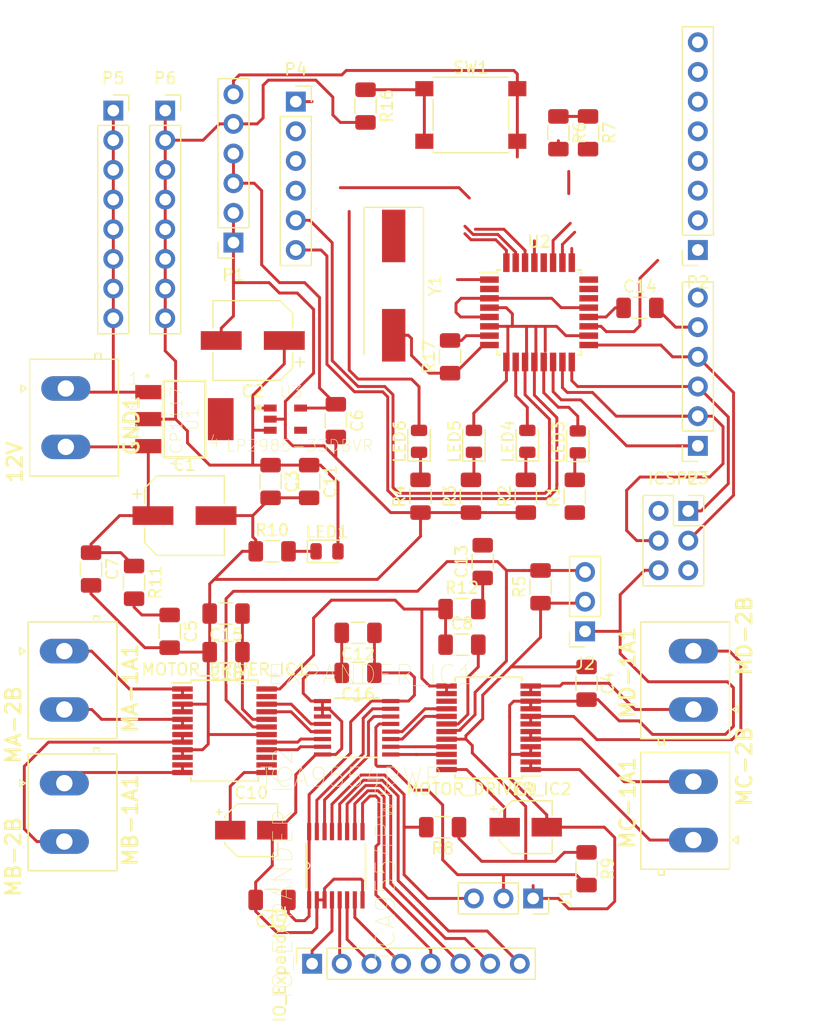
<source format=kicad_pcb>
(kicad_pcb (version 20171130) (host pcbnew "(5.0.1)-3")
  (layers (0 F.Cu signal) (31 B.Cu signal) (34 B.Paste user) (35 F.Paste user) (36 B.SilkS user) (37 F.SilkS user) (38 B.Mask user) (39 F.Mask user) (44 Edge.Cuts user))
  (net 0 "")
  (net 1 /DecouplingCapacitors/VM)
  (net 2 GND)
  (net 3 5V_LDO)
  (net 4 "Net-(C5-Pad1)")
  (net 5 3V3_LDO)
  (net 6 "Net-(C13-Pad1)")
  (net 7 /ATMEGA328P/AREF)
  (net 8 328P_ICSP_MISO)
  (net 9 328P_ICSP_SCK)
  (net 10 328P_ICSP_MOSI)
  (net 11 /ATMEGA328P/328P_RESET)
  (net 12 "Net-(IO_EXPANDER_IC2-Pad4)")
  (net 13 "Net-(IO_EXPANDER_IC2-Pad5)")
  (net 14 "Net-(IO_EXPANDER_IC2-Pad6)")
  (net 15 "Net-(IO_EXPANDER_IC2-Pad7)")
  (net 16 "Net-(IO_EXPANDER_IC2-Pad9)")
  (net 17 "Net-(IO_EXPANDER_IC2-Pad10)")
  (net 18 "Net-(IO_EXPANDER_IC2-Pad11)")
  (net 19 "Net-(IO_EXPANDER_IC2-Pad12)")
  (net 20 /IOExpander/AIN1)
  (net 21 /IOExpander/AIN2)
  (net 22 /IOExpander/BIN1)
  (net 23 /IOExpander/BIN2)
  (net 24 /IOExpander/CIN1)
  (net 25 /IOExpander/CIN2)
  (net 26 /IOExpander/DIN1)
  (net 27 /IOExpander/DIN2)
  (net 28 /IOExpander/INT1)
  (net 29 /ATMEGA328P/ARD_AN5/SCL)
  (net 30 /ATMEGA328P/ARD_AN4/SDA)
  (net 31 /IOExpander/INT2)
  (net 32 "Net-(LED1-Pad1)")
  (net 33 /ATMEGA328P/ARD_DIG9)
  (net 34 "Net-(LED3-Pad1)")
  (net 35 "Net-(LED4-Pad1)")
  (net 36 /ATMEGA328P/ARD_DIG6)
  (net 37 /ATMEGA328P/ARD_DIG5)
  (net 38 "Net-(LED5-Pad1)")
  (net 39 "Net-(LED6-Pad1)")
  (net 40 /ATMEGA328P/ARD_DIG3)
  (net 41 /MotorDriver/A01)
  (net 42 /MotorDriver/A02)
  (net 43 /MotorDriver/B01)
  (net 44 /MotorDriver/B02)
  (net 45 /MotorDriver/C01)
  (net 46 /MotorDriver/C02)
  (net 47 /MotorDriver/D01)
  (net 48 /MotorDriver/D02)
  (net 49 /MotorDriver/STBY)
  (net 50 /ATMEGA328P/ARD_AN6)
  (net 51 /Headers/ARD_AN6)
  (net 52 /ATMEGA328P/ARD_AN3)
  (net 53 /ATMEGA328P/ARD_AN2)
  (net 54 /ATMEGA328P/ARD_AN1)
  (net 55 /ATMEGA328P/ARD_AN0)
  (net 56 /ATMEGA328P/ARD_DIG10/SPI_SS)
  (net 57 /ATMEGA328P/ARD_DIG0)
  (net 58 /ATMEGA328P/ARD_DIG1)
  (net 59 /ATMEGA328P/ARD_DIG2)
  (net 60 /ATMEGA328P/ARD_DIG4)
  (net 61 /ATMEGA328P/ARD_DIG7)
  (net 62 /ATMEGA328P/ARD_DIG8)
  (net 63 "Net-(R17-Pad1)")
  (net 64 "Net-(R17-Pad2)")
  (net 65 "Net-(U3-Pad4)")
  (module Capacitor_SMD:CP_Elec_6.3x7.7 (layer F.Cu) (at 89.916 107.823)
    (fp_text reference C1 (at 0 -4.35) (layer F.SilkS))
    (fp_text value 10uF)
    (pad 1 smd rect (at -2.7 0) (size 3.5 1.6) (layers F.Cu F.Paste F.Mask) (net 1 /DecouplingCapacitors/VM))
    (pad 2 smd rect (at 2.7 0) (size 3.5 1.6) (layers F.Cu F.Paste F.Mask) (net 2 GND))
  )
  (module Capacitor_SMD:CP_Elec_6.3x7.7 (layer F.Cu) (at 95.758 92.837 180)
    (fp_text reference C2 (at 0 -4.35 180) (layer F.SilkS))
    (fp_text value 10uF)
    (pad 2 smd rect (at 2.7 0 180) (size 3.5 1.6) (layers F.Cu F.Paste F.Mask) (net 2 GND))
    (pad 1 smd rect (at -2.7 0 180) (size 3.5 1.6) (layers F.Cu F.Paste F.Mask) (net 3 5V_LDO))
  )
  (module Capacitor_SMD:C_1206_3216Metric (layer F.Cu) (at 97.282 104.902 270)
    (fp_text reference C3 (at 0 -1.82 270) (layer F.SilkS))
    (fp_text value "0.1 uF")
    (pad 2 smd roundrect (at 1.4 0 270) (size 1.25 1.75) (layers F.Cu F.Paste F.Mask) (roundrect_rratio 0.2) (net 2 GND))
    (pad 1 smd roundrect (at -1.4 0 270) (size 1.25 1.75) (layers F.Cu F.Paste F.Mask) (roundrect_rratio 0.2) (net 3 5V_LDO))
  )
  (module Capacitor_SMD:C_1206_3216Metric (layer F.Cu) (at 124.333 122.174 270)
    (fp_text reference C4 (at 0 -1.82 270) (layer F.SilkS))
    (fp_text value 100n)
    (pad 1 smd roundrect (at -1.4 0 270) (size 1.25 1.75) (layers F.Cu F.Paste F.Mask) (roundrect_rratio 0.2) (net 3 5V_LDO))
    (pad 2 smd roundrect (at 1.4 0 270) (size 1.25 1.75) (layers F.Cu F.Paste F.Mask) (roundrect_rratio 0.2) (net 2 GND))
  )
  (module Capacitor_SMD:C_1206_3216Metric (layer F.Cu) (at 88.646 117.729 270)
    (fp_text reference C5 (at 0 -1.82 270) (layer F.SilkS))
    (fp_text value 10u)
    (pad 1 smd roundrect (at -1.4 0 270) (size 1.25 1.75) (layers F.Cu F.Paste F.Mask) (roundrect_rratio 0.2) (net 4 "Net-(C5-Pad1)"))
    (pad 2 smd roundrect (at 1.4 0 270) (size 1.25 1.75) (layers F.Cu F.Paste F.Mask) (roundrect_rratio 0.2) (net 2 GND))
  )
  (module Capacitor_SMD:C_1206_3216Metric (layer F.Cu) (at 102.87 99.695 270)
    (fp_text reference C6 (at 0 -1.82 270) (layer F.SilkS))
    (fp_text value 1uF)
    (pad 1 smd roundrect (at -1.4 0 270) (size 1.25 1.75) (layers F.Cu F.Paste F.Mask) (roundrect_rratio 0.2) (net 5 3V3_LDO))
    (pad 2 smd roundrect (at 1.4 0 270) (size 1.25 1.75) (layers F.Cu F.Paste F.Mask) (roundrect_rratio 0.2) (net 2 GND))
  )
  (module Capacitor_SMD:C_1206_3216Metric (layer F.Cu) (at 81.915 112.395 270)
    (fp_text reference C7 (at 0 -1.82 270) (layer F.SilkS))
    (fp_text value 100n)
    (pad 2 smd roundrect (at 1.4 0 270) (size 1.25 1.75) (layers F.Cu F.Paste F.Mask) (roundrect_rratio 0.2) (net 2 GND))
    (pad 1 smd roundrect (at -1.4 0 270) (size 1.25 1.75) (layers F.Cu F.Paste F.Mask) (roundrect_rratio 0.2) (net 1 /DecouplingCapacitors/VM))
  )
  (module Capacitor_SMD:C_1206_3216Metric (layer F.Cu) (at 113.665 118.872)
    (fp_text reference C8 (at 0 -1.82) (layer F.SilkS))
    (fp_text value 100n)
    (pad 2 smd roundrect (at 1.4 0) (size 1.25 1.75) (layers F.Cu F.Paste F.Mask) (roundrect_rratio 0.2) (net 2 GND))
    (pad 1 smd roundrect (at -1.4 0) (size 1.25 1.75) (layers F.Cu F.Paste F.Mask) (roundrect_rratio 0.2) (net 1 /DecouplingCapacitors/VM))
  )
  (module Capacitor_SMD:CP_Elec_4x3.9 (layer F.Cu) (at 119.126 134.493)
    (fp_text reference C9 (at 0 -3.2) (layer F.SilkS))
    (fp_text value 0.47u)
    (pad 1 smd rect (at -1.8 0) (size 2.6 1.6) (layers F.Cu F.Paste F.Mask) (net 1 /DecouplingCapacitors/VM))
    (pad 2 smd rect (at 1.8 0) (size 2.6 1.6) (layers F.Cu F.Paste F.Mask) (net 2 GND))
  )
  (module Capacitor_SMD:CP_Elec_4x3.9 (layer F.Cu) (at 95.631 134.747)
    (fp_text reference C10 (at 0 -3.2) (layer F.SilkS))
    (fp_text value 0.47u)
    (pad 2 smd rect (at 1.8 0) (size 2.6 1.6) (layers F.Cu F.Paste F.Mask) (net 2 GND))
    (pad 1 smd rect (at -1.8 0) (size 2.6 1.6) (layers F.Cu F.Paste F.Mask) (net 1 /DecouplingCapacitors/VM))
  )
  (module Capacitor_SMD:C_1206_3216Metric (layer F.Cu) (at 100.584 104.902 270)
    (fp_text reference C11 (at 0 -1.82 270) (layer F.SilkS))
    (fp_text value 10u)
    (pad 1 smd roundrect (at -1.4 0 270) (size 1.25 1.75) (layers F.Cu F.Paste F.Mask) (roundrect_rratio 0.2) (net 3 5V_LDO))
    (pad 2 smd roundrect (at 1.4 0 270) (size 1.25 1.75) (layers F.Cu F.Paste F.Mask) (roundrect_rratio 0.2) (net 2 GND))
  )
  (module Capacitor_SMD:C_1206_3216Metric (layer F.Cu) (at 104.775 117.856 180)
    (fp_text reference C12 (at 0 -1.82 180) (layer F.SilkS))
    (fp_text value 10u)
    (pad 1 smd roundrect (at -1.4 0 180) (size 1.25 1.75) (layers F.Cu F.Paste F.Mask) (roundrect_rratio 0.2) (net 3 5V_LDO))
    (pad 2 smd roundrect (at 1.4 0 180) (size 1.25 1.75) (layers F.Cu F.Paste F.Mask) (roundrect_rratio 0.2) (net 2 GND))
  )
  (module Capacitor_SMD:C_1206_3216Metric (layer F.Cu) (at 115.443 111.76 90)
    (fp_text reference C13 (at 0 -1.82 90) (layer F.SilkS))
    (fp_text value 10u)
    (pad 2 smd roundrect (at 1.4 0 90) (size 1.25 1.75) (layers F.Cu F.Paste F.Mask) (roundrect_rratio 0.2) (net 2 GND))
    (pad 1 smd roundrect (at -1.4 0 90) (size 1.25 1.75) (layers F.Cu F.Paste F.Mask) (roundrect_rratio 0.2) (net 6 "Net-(C13-Pad1)"))
  )
  (module Capacitor_SMD:C_1206_3216Metric (layer F.Cu) (at 128.905 90.043)
    (fp_text reference C14 (at 0 -1.82) (layer F.SilkS))
    (fp_text value "0.1 uF")
    (pad 1 smd roundrect (at -1.4 0) (size 1.25 1.75) (layers F.Cu F.Paste F.Mask) (roundrect_rratio 0.2) (net 7 /ATMEGA328P/AREF))
    (pad 2 smd roundrect (at 1.4 0) (size 1.25 1.75) (layers F.Cu F.Paste F.Mask) (roundrect_rratio 0.2) (net 2 GND))
  )
  (module Capacitor_SMD:C_1206_3216Metric (layer F.Cu) (at 93.472 116.205 180)
    (fp_text reference C15 (at 0 -1.82 180) (layer F.SilkS))
    (fp_text value "0.1 uF")
    (pad 2 smd roundrect (at 1.4 0 180) (size 1.25 1.75) (layers F.Cu F.Paste F.Mask) (roundrect_rratio 0.2) (net 2 GND))
    (pad 1 smd roundrect (at -1.4 0 180) (size 1.25 1.75) (layers F.Cu F.Paste F.Mask) (roundrect_rratio 0.2) (net 3 5V_LDO))
  )
  (module Capacitor_SMD:C_1206_3216Metric (layer F.Cu) (at 104.775 121.285 180)
    (fp_text reference C16 (at 0 -1.82 180) (layer F.SilkS))
    (fp_text value 100n)
    (pad 2 smd roundrect (at 1.4 0 180) (size 1.25 1.75) (layers F.Cu F.Paste F.Mask) (roundrect_rratio 0.2) (net 2 GND))
    (pad 1 smd roundrect (at -1.4 0 180) (size 1.25 1.75) (layers F.Cu F.Paste F.Mask) (roundrect_rratio 0.2) (net 3 5V_LDO))
  )
  (module Capacitor_SMD:C_1206_3216Metric (layer F.Cu) (at 97.409 140.716 180)
    (fp_text reference C17 (at 0 -1.82 180) (layer F.SilkS))
    (fp_text value 100n)
    (pad 1 smd roundrect (at -1.4 0 180) (size 1.25 1.75) (layers F.Cu F.Paste F.Mask) (roundrect_rratio 0.2) (net 3 5V_LDO))
    (pad 2 smd roundrect (at 1.4 0 180) (size 1.25 1.75) (layers F.Cu F.Paste F.Mask) (roundrect_rratio 0.2) (net 2 GND))
  )
  (module Capacitor_SMD:C_1206_3216Metric (layer F.Cu) (at 93.472 119.507 180)
    (fp_text reference C18 (at 0 -1.82 180) (layer F.SilkS))
    (fp_text value 100n)
    (pad 2 smd roundrect (at 1.4 0 180) (size 1.25 1.75) (layers F.Cu F.Paste F.Mask) (roundrect_rratio 0.2) (net 2 GND))
    (pad 1 smd roundrect (at -1.4 0 180) (size 1.25 1.75) (layers F.Cu F.Paste F.Mask) (roundrect_rratio 0.2) (net 3 5V_LDO))
  )
  (module degson:degson-DG306-5.0-02P (layer F.Cu) (at 79.756 99.441 270)
    (fp_text reference GND1 (at 0.6731 -5.63372 270) (layer F.SilkS) (effects (font (size 1.27 1.27) (thickness 0.2286))))
    (fp_text value 12V (at 3.81 4.36372 270) (layer F.SilkS) (effects (font (size 1.27 1.27) (thickness 0.2286))))
    (pad 1 thru_hole oval (at -2.49936 0 90) (size 2.09804 4.19862) (drill 1.39954) (layers *.Cu *.Paste *.Mask) (net 2 GND))
    (pad 2 thru_hole oval (at 2.49936 0 90) (size 2.09804 4.19862) (drill 1.39954) (layers *.Cu *.Paste *.Mask) (net 1 /DecouplingCapacitors/VM))
  )
  (module Connector_PinSocket_2.54mm:PinSocket_2x03_P2.54mm_Vertical (layer F.Cu) (at 133.037917 107.424603)
    (fp_text reference ICSP2 (at -1.27 -2.77) (layer F.SilkS))
    (fp_text value M20-9980346)
    (pad 1 thru_hole rect (at 0 0) (size 1.7 1.7) (drill 1) (layers *.Cu *.Mask) (net 8 328P_ICSP_MISO))
    (pad 2 thru_hole oval (at -2.54 0) (size 1.7 1.7) (drill 1) (layers *.Cu *.Mask) (net 3 5V_LDO))
    (pad 3 thru_hole oval (at 0 2.54) (size 1.7 1.7) (drill 1) (layers *.Cu *.Mask) (net 9 328P_ICSP_SCK))
    (pad 4 thru_hole oval (at -2.54 2.54) (size 1.7 1.7) (drill 1) (layers *.Cu *.Mask) (net 10 328P_ICSP_MOSI))
    (pad 5 thru_hole oval (at 0 5.08) (size 1.7 1.7) (drill 1) (layers *.Cu *.Mask) (net 11 /ATMEGA328P/328P_RESET))
    (pad 6 thru_hole oval (at -2.54 5.08) (size 1.7 1.7) (drill 1) (layers *.Cu *.Mask) (net 2 GND))
  )
  (module Connector_PinSocket_2.54mm:PinSocket_1x08_P2.54mm_Vertical (layer F.Cu) (at 100.838 146.177 90)
    (fp_text reference IO_Expander1 (at 0 -2.77 90) (layer F.SilkS))
    (fp_text value CONN_01X08)
    (pad 1 thru_hole rect (at 0 0 90) (size 1.7 1.7) (drill 1) (layers *.Cu *.Mask) (net 12 "Net-(IO_EXPANDER_IC2-Pad4)"))
    (pad 2 thru_hole oval (at 0 2.54 90) (size 1.7 1.7) (drill 1) (layers *.Cu *.Mask) (net 13 "Net-(IO_EXPANDER_IC2-Pad5)"))
    (pad 3 thru_hole oval (at 0 5.08 90) (size 1.7 1.7) (drill 1) (layers *.Cu *.Mask) (net 14 "Net-(IO_EXPANDER_IC2-Pad6)"))
    (pad 4 thru_hole oval (at 0 7.62 90) (size 1.7 1.7) (drill 1) (layers *.Cu *.Mask) (net 15 "Net-(IO_EXPANDER_IC2-Pad7)"))
    (pad 5 thru_hole oval (at 0 10.16 90) (size 1.7 1.7) (drill 1) (layers *.Cu *.Mask) (net 16 "Net-(IO_EXPANDER_IC2-Pad9)"))
    (pad 6 thru_hole oval (at 0 12.7 90) (size 1.7 1.7) (drill 1) (layers *.Cu *.Mask) (net 17 "Net-(IO_EXPANDER_IC2-Pad10)"))
    (pad 7 thru_hole oval (at 0 15.24 90) (size 1.7 1.7) (drill 1) (layers *.Cu *.Mask) (net 18 "Net-(IO_EXPANDER_IC2-Pad11)"))
    (pad 8 thru_hole oval (at 0 17.78 90) (size 1.7 1.7) (drill 1) (layers *.Cu *.Mask) (net 19 "Net-(IO_EXPANDER_IC2-Pad12)"))
  )
  (module TCA9554PWR:SOP65P640X120-16N (layer F.Cu) (at 104.648 125.984)
    (fp_text reference IO_EXPANDER_IC1 (at -0.6618 -4.53078) (layer F.SilkS) (effects (font (size 1.64347 1.64347) (thickness 0.05))))
    (fp_text value TCA9554PWR (at -0.48326 4.2477) (layer F.SilkS) (effects (font (size 1.64228 1.64228) (thickness 0.05))))
    (pad 16 smd rect (at 2.921 -2.286) (size 1.4732 0.3556) (layers F.Cu F.Paste F.Mask) (net 3 5V_LDO))
    (pad 15 smd rect (at 2.921 -1.6256) (size 1.4732 0.3556) (layers F.Cu F.Paste F.Mask) (net 30 /ATMEGA328P/ARD_AN4/SDA))
    (pad 14 smd rect (at 2.921 -0.9652) (size 1.4732 0.3556) (layers F.Cu F.Paste F.Mask) (net 29 /ATMEGA328P/ARD_AN5/SCL))
    (pad 13 smd rect (at 2.921 -0.3302) (size 1.4732 0.3556) (layers F.Cu F.Paste F.Mask) (net 28 /IOExpander/INT1))
    (pad 12 smd rect (at 2.921 0.3302) (size 1.4732 0.3556) (layers F.Cu F.Paste F.Mask) (net 27 /IOExpander/DIN2))
    (pad 11 smd rect (at 2.921 0.9652) (size 1.4732 0.3556) (layers F.Cu F.Paste F.Mask) (net 26 /IOExpander/DIN1))
    (pad 10 smd rect (at 2.921 1.6256) (size 1.4732 0.3556) (layers F.Cu F.Paste F.Mask) (net 25 /IOExpander/CIN2))
    (pad 9 smd rect (at 2.921 2.286) (size 1.4732 0.3556) (layers F.Cu F.Paste F.Mask) (net 24 /IOExpander/CIN1))
    (pad 8 smd rect (at -2.921 2.286) (size 1.4732 0.3556) (layers F.Cu F.Paste F.Mask) (net 2 GND))
    (pad 7 smd rect (at -2.921 1.6256) (size 1.4732 0.3556) (layers F.Cu F.Paste F.Mask) (net 23 /IOExpander/BIN2))
    (pad 6 smd rect (at -2.921 0.9652) (size 1.4732 0.3556) (layers F.Cu F.Paste F.Mask) (net 22 /IOExpander/BIN1))
    (pad 5 smd rect (at -2.921 0.3302) (size 1.4732 0.3556) (layers F.Cu F.Paste F.Mask) (net 21 /IOExpander/AIN2))
    (pad 4 smd rect (at -2.921 -0.3302) (size 1.4732 0.3556) (layers F.Cu F.Paste F.Mask) (net 20 /IOExpander/AIN1))
    (pad 3 smd rect (at -2.921 -0.9652) (size 1.4732 0.3556) (layers F.Cu F.Paste F.Mask) (net 2 GND))
    (pad 2 smd rect (at -2.921 -1.6256) (size 1.4732 0.3556) (layers F.Cu F.Paste F.Mask) (net 2 GND))
    (pad 1 smd rect (at -2.921 -2.286) (size 1.4732 0.3556) (layers F.Cu F.Paste F.Mask) (net 2 GND))
  )
  (module TCA9554PWR:SOP65P640X120-16N (layer F.Cu) (at 102.87 137.795 90)
    (fp_text reference IO_EXPANDER_IC2 (at -0.6618 -4.53078 90) (layer F.SilkS) (effects (font (size 1.64347 1.64347) (thickness 0.05))))
    (fp_text value TCA9554PWR (at -0.48326 4.2477 90) (layer F.SilkS) (effects (font (size 1.64228 1.64228) (thickness 0.05))))
    (pad 16 smd rect (at 2.921 -2.286 90) (size 1.4732 0.3556) (layers F.Cu F.Paste F.Mask) (net 3 5V_LDO))
    (pad 15 smd rect (at 2.921 -1.6256 90) (size 1.4732 0.3556) (layers F.Cu F.Paste F.Mask) (net 30 /ATMEGA328P/ARD_AN4/SDA))
    (pad 14 smd rect (at 2.921 -0.9652 90) (size 1.4732 0.3556) (layers F.Cu F.Paste F.Mask) (net 29 /ATMEGA328P/ARD_AN5/SCL))
    (pad 13 smd rect (at 2.921 -0.3302 90) (size 1.4732 0.3556) (layers F.Cu F.Paste F.Mask) (net 31 /IOExpander/INT2))
    (pad 12 smd rect (at 2.921 0.3302 90) (size 1.4732 0.3556) (layers F.Cu F.Paste F.Mask) (net 19 "Net-(IO_EXPANDER_IC2-Pad12)"))
    (pad 11 smd rect (at 2.921 0.9652 90) (size 1.4732 0.3556) (layers F.Cu F.Paste F.Mask) (net 18 "Net-(IO_EXPANDER_IC2-Pad11)"))
    (pad 10 smd rect (at 2.921 1.6256 90) (size 1.4732 0.3556) (layers F.Cu F.Paste F.Mask) (net 17 "Net-(IO_EXPANDER_IC2-Pad10)"))
    (pad 9 smd rect (at 2.921 2.286 90) (size 1.4732 0.3556) (layers F.Cu F.Paste F.Mask) (net 16 "Net-(IO_EXPANDER_IC2-Pad9)"))
    (pad 8 smd rect (at -2.921 2.286 90) (size 1.4732 0.3556) (layers F.Cu F.Paste F.Mask) (net 2 GND))
    (pad 7 smd rect (at -2.921 1.6256 90) (size 1.4732 0.3556) (layers F.Cu F.Paste F.Mask) (net 15 "Net-(IO_EXPANDER_IC2-Pad7)"))
    (pad 6 smd rect (at -2.921 0.9652 90) (size 1.4732 0.3556) (layers F.Cu F.Paste F.Mask) (net 14 "Net-(IO_EXPANDER_IC2-Pad6)"))
    (pad 5 smd rect (at -2.921 0.3302 90) (size 1.4732 0.3556) (layers F.Cu F.Paste F.Mask) (net 13 "Net-(IO_EXPANDER_IC2-Pad5)"))
    (pad 4 smd rect (at -2.921 -0.3302 90) (size 1.4732 0.3556) (layers F.Cu F.Paste F.Mask) (net 12 "Net-(IO_EXPANDER_IC2-Pad4)"))
    (pad 3 smd rect (at -2.921 -0.9652 90) (size 1.4732 0.3556) (layers F.Cu F.Paste F.Mask) (net 2 GND))
    (pad 2 smd rect (at -2.921 -1.6256 90) (size 1.4732 0.3556) (layers F.Cu F.Paste F.Mask) (net 2 GND))
    (pad 1 smd rect (at -2.921 -2.286 90) (size 1.4732 0.3556) (layers F.Cu F.Paste F.Mask) (net 3 5V_LDO))
  )
  (module Connector_PinSocket_2.54mm:PinSocket_1x03_P2.54mm_Vertical (layer F.Cu) (at 119.761 140.589 270)
    (fp_text reference J1 (at 0 -2.77 270) (layer F.SilkS))
    (fp_text value INTERRUPT)
    (pad 1 thru_hole rect (at 0 0 270) (size 1.7 1.7) (drill 1) (layers *.Cu *.Mask) (net 2 GND))
    (pad 2 thru_hole oval (at 0 2.54 270) (size 1.7 1.7) (drill 1) (layers *.Cu *.Mask) (net 28 /IOExpander/INT1))
    (pad 3 thru_hole oval (at 0 5.08 270) (size 1.7 1.7) (drill 1) (layers *.Cu *.Mask) (net 31 /IOExpander/INT2))
  )
  (module Connector_PinSocket_2.54mm:PinSocket_1x03_P2.54mm_Vertical (layer F.Cu) (at 124.206 117.729 180)
    (fp_text reference J2 (at 0 -2.77 180) (layer F.SilkS))
    (fp_text value STBY)
    (pad 3 thru_hole oval (at 0 5.08 180) (size 1.7 1.7) (drill 1) (layers *.Cu *.Mask) (net 49 /MotorDriver/STBY))
    (pad 2 thru_hole oval (at 0 2.54 180) (size 1.7 1.7) (drill 1) (layers *.Cu *.Mask) (net 3 5V_LDO))
    (pad 1 thru_hole rect (at 0 0 180) (size 1.7 1.7) (drill 1) (layers *.Cu *.Mask) (net 2 GND))
  )
  (module LED_SMD:LED_0805_2012Metric (layer F.Cu) (at 102.115304 110.881874)
    (fp_text reference LED1 (at 0 -1.65) (layer F.SilkS))
    (fp_text value GREEN)
    (pad 1 smd roundrect (at -0.9375 0) (size 0.975 1.4) (layers F.Cu F.Paste F.Mask) (net 32 "Net-(LED1-Pad1)"))
    (pad 2 smd roundrect (at 0.9375 0) (size 0.975 1.4) (layers F.Cu F.Paste F.Mask) (net 3 5V_LDO))
  )
  (module LED_SMD:LED_0805_2012Metric (layer F.Cu) (at 123.581874 101.514196 90)
    (fp_text reference LED3 (at 0 -1.65 90) (layer F.SilkS))
    (fp_text value BLUE)
    (pad 1 smd roundrect (at -0.9375 0 90) (size 0.975 1.4) (layers F.Cu F.Paste F.Mask) (net 34 "Net-(LED3-Pad1)"))
    (pad 2 smd roundrect (at 0.9375 0 90) (size 0.975 1.4) (layers F.Cu F.Paste F.Mask) (net 33 /ATMEGA328P/ARD_DIG9))
  )
  (module LED_SMD:LED_0805_2012Metric (layer F.Cu) (at 119.263874 101.465696 90)
    (fp_text reference LED4 (at 0 -1.65 90) (layer F.SilkS))
    (fp_text value BLUE)
    (pad 2 smd roundrect (at 0.9375 0 90) (size 0.975 1.4) (layers F.Cu F.Paste F.Mask) (net 36 /ATMEGA328P/ARD_DIG6))
    (pad 1 smd roundrect (at -0.9375 0 90) (size 0.975 1.4) (layers F.Cu F.Paste F.Mask) (net 35 "Net-(LED4-Pad1)"))
  )
  (module LED_SMD:LED_0805_2012Metric (layer F.Cu) (at 114.691874 101.465696 90)
    (fp_text reference LED5 (at 0 -1.65 90) (layer F.SilkS))
    (fp_text value BLUE)
    (pad 1 smd roundrect (at -0.9375 0 90) (size 0.975 1.4) (layers F.Cu F.Paste F.Mask) (net 38 "Net-(LED5-Pad1)"))
    (pad 2 smd roundrect (at 0.9375 0 90) (size 0.975 1.4) (layers F.Cu F.Paste F.Mask) (net 37 /ATMEGA328P/ARD_DIG5))
  )
  (module LED_SMD:LED_0805_2012Metric (layer F.Cu) (at 109.992874 101.465696 90)
    (fp_text reference LED6 (at 0 -1.65 90) (layer F.SilkS))
    (fp_text value BLUE)
    (pad 2 smd roundrect (at 0.9375 0 90) (size 0.975 1.4) (layers F.Cu F.Paste F.Mask) (net 40 /ATMEGA328P/ARD_DIG3))
    (pad 1 smd roundrect (at -0.9375 0 90) (size 0.975 1.4) (layers F.Cu F.Paste F.Mask) (net 39 "Net-(LED6-Pad1)"))
  )
  (module degson:degson-DG306-5.0-02P (layer F.Cu) (at 79.629 121.92 270)
    (fp_text reference MA-1A1 (at 0.6731 -5.63372 270) (layer F.SilkS) (effects (font (size 1.27 1.27) (thickness 0.2286))))
    (fp_text value MA-2B (at 3.81 4.36372 270) (layer F.SilkS) (effects (font (size 1.27 1.27) (thickness 0.2286))))
    (pad 1 thru_hole oval (at -2.49936 0 90) (size 2.09804 4.19862) (drill 1.39954) (layers *.Cu *.Paste *.Mask) (net 41 /MotorDriver/A01))
    (pad 2 thru_hole oval (at 2.49936 0 90) (size 2.09804 4.19862) (drill 1.39954) (layers *.Cu *.Paste *.Mask) (net 42 /MotorDriver/A02))
  )
  (module degson:degson-DG306-5.0-02P (layer F.Cu) (at 79.629 133.223 270)
    (fp_text reference MB-1A1 (at 0.6731 -5.63372 270) (layer F.SilkS) (effects (font (size 1.27 1.27) (thickness 0.2286))))
    (fp_text value MB-2B (at 3.81 4.36372 270) (layer F.SilkS) (effects (font (size 1.27 1.27) (thickness 0.2286))))
    (pad 2 thru_hole oval (at 2.49936 0 90) (size 2.09804 4.19862) (drill 1.39954) (layers *.Cu *.Paste *.Mask) (net 44 /MotorDriver/B02))
    (pad 1 thru_hole oval (at -2.49936 0 90) (size 2.09804 4.19862) (drill 1.39954) (layers *.Cu *.Paste *.Mask) (net 43 /MotorDriver/B01))
  )
  (module degson:degson-DG306-5.0-02P (layer F.Cu) (at 133.477 133.096 90)
    (fp_text reference MC-1A1 (at 0.6731 -5.63372 90) (layer F.SilkS) (effects (font (size 1.27 1.27) (thickness 0.2286))))
    (fp_text value MC-2B (at 3.81 4.36372 90) (layer F.SilkS) (effects (font (size 1.27 1.27) (thickness 0.2286))))
    (pad 1 thru_hole oval (at -2.49936 0 270) (size 2.09804 4.19862) (drill 1.39954) (layers *.Cu *.Paste *.Mask) (net 45 /MotorDriver/C01))
    (pad 2 thru_hole oval (at 2.49936 0 270) (size 2.09804 4.19862) (drill 1.39954) (layers *.Cu *.Paste *.Mask) (net 46 /MotorDriver/C02))
  )
  (module degson:degson-DG306-5.0-02P (layer F.Cu) (at 133.477 121.92 90)
    (fp_text reference MD-1A1 (at 0.6731 -5.63372 90) (layer F.SilkS) (effects (font (size 1.27 1.27) (thickness 0.2286))))
    (fp_text value MD-2B (at 3.81 4.36372 90) (layer F.SilkS) (effects (font (size 1.27 1.27) (thickness 0.2286))))
    (pad 2 thru_hole oval (at 2.49936 0 270) (size 2.09804 4.19862) (drill 1.39954) (layers *.Cu *.Paste *.Mask) (net 48 /MotorDriver/D02))
    (pad 1 thru_hole oval (at -2.49936 0 270) (size 2.09804 4.19862) (drill 1.39954) (layers *.Cu *.Paste *.Mask) (net 47 /MotorDriver/D01))
  )
  (module Package_SO:SSOP-24_5.3x8.2mm_P0.65mm (layer F.Cu) (at 93.345 126.238)
    (fp_text reference MOTOR_DRIVER_IC1 (at 0 -5.25) (layer F.SilkS))
    (fp_text value TB6612FNG)
    (pad 24 smd rect (at 3.6 -3.575) (size 1.75 0.45) (layers F.Cu F.Paste F.Mask) (net 1 /DecouplingCapacitors/VM))
    (pad 23 smd rect (at 3.6 -2.925) (size 1.75 0.45) (layers F.Cu F.Paste F.Mask) (net 33 /ATMEGA328P/ARD_DIG9))
    (pad 22 smd rect (at 3.6 -2.275) (size 1.75 0.45) (layers F.Cu F.Paste F.Mask) (net 20 /IOExpander/AIN1))
    (pad 21 smd rect (at 3.6 -1.625) (size 1.75 0.45) (layers F.Cu F.Paste F.Mask) (net 21 /IOExpander/AIN2))
    (pad 20 smd rect (at 3.6 -0.975) (size 1.75 0.45) (layers F.Cu F.Paste F.Mask) (net 3 5V_LDO))
    (pad 19 smd rect (at 3.6 -0.325) (size 1.75 0.45) (layers F.Cu F.Paste F.Mask) (net 49 /MotorDriver/STBY))
    (pad 18 smd rect (at 3.6 0.325) (size 1.75 0.45) (layers F.Cu F.Paste F.Mask) (net 2 GND))
    (pad 17 smd rect (at 3.6 0.975) (size 1.75 0.45) (layers F.Cu F.Paste F.Mask) (net 22 /IOExpander/BIN1))
    (pad 16 smd rect (at 3.6 1.625) (size 1.75 0.45) (layers F.Cu F.Paste F.Mask) (net 23 /IOExpander/BIN2))
    (pad 15 smd rect (at 3.6 2.275) (size 1.75 0.45) (layers F.Cu F.Paste F.Mask) (net 36 /ATMEGA328P/ARD_DIG6))
    (pad 14 smd rect (at 3.6 2.925) (size 1.75 0.45) (layers F.Cu F.Paste F.Mask) (net 1 /DecouplingCapacitors/VM))
    (pad 13 smd rect (at 3.6 3.575) (size 1.75 0.45) (layers F.Cu F.Paste F.Mask) (net 1 /DecouplingCapacitors/VM))
    (pad 12 smd rect (at -3.6 3.575) (size 1.75 0.45) (layers F.Cu F.Paste F.Mask) (net 43 /MotorDriver/B01))
    (pad 11 smd rect (at -3.6 2.925) (size 1.75 0.45) (layers F.Cu F.Paste F.Mask) (net 43 /MotorDriver/B01))
    (pad 10 smd rect (at -3.6 2.275) (size 1.75 0.45) (layers F.Cu F.Paste F.Mask) (net 2 GND))
    (pad 9 smd rect (at -3.6 1.625) (size 1.75 0.45) (layers F.Cu F.Paste F.Mask) (net 2 GND))
    (pad 8 smd rect (at -3.6 0.975) (size 1.75 0.45) (layers F.Cu F.Paste F.Mask) (net 44 /MotorDriver/B02))
    (pad 7 smd rect (at -3.6 0.325) (size 1.75 0.45) (layers F.Cu F.Paste F.Mask) (net 44 /MotorDriver/B02))
    (pad 6 smd rect (at -3.6 -0.325) (size 1.75 0.45) (layers F.Cu F.Paste F.Mask) (net 42 /MotorDriver/A02))
    (pad 5 smd rect (at -3.6 -0.975) (size 1.75 0.45) (layers F.Cu F.Paste F.Mask) (net 42 /MotorDriver/A02))
    (pad 4 smd rect (at -3.6 -1.625) (size 1.75 0.45) (layers F.Cu F.Paste F.Mask) (net 2 GND))
    (pad 3 smd rect (at -3.6 -2.275) (size 1.75 0.45) (layers F.Cu F.Paste F.Mask) (net 2 GND))
    (pad 2 smd rect (at -3.6 -2.925) (size 1.75 0.45) (layers F.Cu F.Paste F.Mask) (net 41 /MotorDriver/A01))
    (pad 1 smd rect (at -3.6 -3.575) (size 1.75 0.45) (layers F.Cu F.Paste F.Mask) (net 41 /MotorDriver/A01))
  )
  (module Package_SO:SSOP-24_5.3x8.2mm_P0.65mm (layer F.Cu) (at 115.951 125.984 180)
    (fp_text reference MOTOR_DRIVER_IC2 (at 0 -5.25 180) (layer F.SilkS))
    (fp_text value TB6612FNG)
    (pad 1 smd rect (at -3.6 -3.575 180) (size 1.75 0.45) (layers F.Cu F.Paste F.Mask) (net 45 /MotorDriver/C01))
    (pad 2 smd rect (at -3.6 -2.925 180) (size 1.75 0.45) (layers F.Cu F.Paste F.Mask) (net 45 /MotorDriver/C01))
    (pad 3 smd rect (at -3.6 -2.275 180) (size 1.75 0.45) (layers F.Cu F.Paste F.Mask) (net 2 GND))
    (pad 4 smd rect (at -3.6 -1.625 180) (size 1.75 0.45) (layers F.Cu F.Paste F.Mask) (net 2 GND))
    (pad 5 smd rect (at -3.6 -0.975 180) (size 1.75 0.45) (layers F.Cu F.Paste F.Mask) (net 46 /MotorDriver/C02))
    (pad 6 smd rect (at -3.6 -0.325 180) (size 1.75 0.45) (layers F.Cu F.Paste F.Mask) (net 46 /MotorDriver/C02))
    (pad 7 smd rect (at -3.6 0.325 180) (size 1.75 0.45) (layers F.Cu F.Paste F.Mask) (net 48 /MotorDriver/D02))
    (pad 8 smd rect (at -3.6 0.975 180) (size 1.75 0.45) (layers F.Cu F.Paste F.Mask) (net 48 /MotorDriver/D02))
    (pad 9 smd rect (at -3.6 1.625 180) (size 1.75 0.45) (layers F.Cu F.Paste F.Mask) (net 2 GND))
    (pad 10 smd rect (at -3.6 2.275 180) (size 1.75 0.45) (layers F.Cu F.Paste F.Mask) (net 2 GND))
    (pad 11 smd rect (at -3.6 2.925 180) (size 1.75 0.45) (layers F.Cu F.Paste F.Mask) (net 47 /MotorDriver/D01))
    (pad 12 smd rect (at -3.6 3.575 180) (size 1.75 0.45) (layers F.Cu F.Paste F.Mask) (net 47 /MotorDriver/D01))
    (pad 13 smd rect (at 3.6 3.575 180) (size 1.75 0.45) (layers F.Cu F.Paste F.Mask) (net 1 /DecouplingCapacitors/VM))
    (pad 14 smd rect (at 3.6 2.925 180) (size 1.75 0.45) (layers F.Cu F.Paste F.Mask) (net 1 /DecouplingCapacitors/VM))
    (pad 15 smd rect (at 3.6 2.275 180) (size 1.75 0.45) (layers F.Cu F.Paste F.Mask) (net 40 /ATMEGA328P/ARD_DIG3))
    (pad 16 smd rect (at 3.6 1.625 180) (size 1.75 0.45) (layers F.Cu F.Paste F.Mask) (net 27 /IOExpander/DIN2))
    (pad 17 smd rect (at 3.6 0.975 180) (size 1.75 0.45) (layers F.Cu F.Paste F.Mask) (net 26 /IOExpander/DIN1))
    (pad 18 smd rect (at 3.6 0.325 180) (size 1.75 0.45) (layers F.Cu F.Paste F.Mask) (net 2 GND))
    (pad 19 smd rect (at 3.6 -0.325 180) (size 1.75 0.45) (layers F.Cu F.Paste F.Mask) (net 49 /MotorDriver/STBY))
    (pad 20 smd rect (at 3.6 -0.975 180) (size 1.75 0.45) (layers F.Cu F.Paste F.Mask) (net 3 5V_LDO))
    (pad 21 smd rect (at 3.6 -1.625 180) (size 1.75 0.45) (layers F.Cu F.Paste F.Mask) (net 25 /IOExpander/CIN2))
    (pad 22 smd rect (at 3.6 -2.275 180) (size 1.75 0.45) (layers F.Cu F.Paste F.Mask) (net 24 /IOExpander/CIN1))
    (pad 23 smd rect (at 3.6 -2.925 180) (size 1.75 0.45) (layers F.Cu F.Paste F.Mask) (net 37 /ATMEGA328P/ARD_DIG5))
    (pad 24 smd rect (at 3.6 -3.575 180) (size 1.75 0.45) (layers F.Cu F.Paste F.Mask) (net 1 /DecouplingCapacitors/VM))
  )
  (module Connector_PinSocket_2.54mm:PinSocket_1x06_P2.54mm_Vertical (layer F.Cu) (at 94.107 84.455 180)
    (fp_text reference P1 (at 0 -2.77 180) (layer F.SilkS))
    (fp_text value "Power Header")
    (pad 1 thru_hole rect (at 0 0 180) (size 1.7 1.7) (drill 1) (layers *.Cu *.Mask) (net 2 GND))
    (pad 2 thru_hole oval (at 0 2.54 180) (size 1.7 1.7) (drill 1) (layers *.Cu *.Mask) (net 2 GND))
    (pad 3 thru_hole oval (at 0 5.08 180) (size 1.7 1.7) (drill 1) (layers *.Cu *.Mask) (net 5 3V3_LDO))
    (pad 4 thru_hole oval (at 0 7.62 180) (size 1.7 1.7) (drill 1) (layers *.Cu *.Mask) (net 5 3V3_LDO))
    (pad 5 thru_hole oval (at 0 10.16 180) (size 1.7 1.7) (drill 1) (layers *.Cu *.Mask) (net 3 5V_LDO))
    (pad 6 thru_hole oval (at 0 12.7 180) (size 1.7 1.7) (drill 1) (layers *.Cu *.Mask) (net 11 /ATMEGA328P/328P_RESET))
  )
  (module Connector_PinSocket_2.54mm:PinSocket_1x08_P2.54mm_Vertical (layer F.Cu) (at 133.858 85.09 180)
    (fp_text reference P2 (at 0 -2.77 180) (layer F.SilkS))
    (fp_text value "P2 Analog Header (AD)")
    (pad 8 thru_hole oval (at 0 17.78 180) (size 1.7 1.7) (drill 1) (layers *.Cu *.Mask) (net 50 /ATMEGA328P/ARD_AN6))
    (pad 7 thru_hole oval (at 0 15.24 180) (size 1.7 1.7) (drill 1) (layers *.Cu *.Mask) (net 51 /Headers/ARD_AN6))
    (pad 6 thru_hole oval (at 0 12.7 180) (size 1.7 1.7) (drill 1) (layers *.Cu *.Mask) (net 29 /ATMEGA328P/ARD_AN5/SCL))
    (pad 5 thru_hole oval (at 0 10.16 180) (size 1.7 1.7) (drill 1) (layers *.Cu *.Mask) (net 30 /ATMEGA328P/ARD_AN4/SDA))
    (pad 4 thru_hole oval (at 0 7.62 180) (size 1.7 1.7) (drill 1) (layers *.Cu *.Mask) (net 52 /ATMEGA328P/ARD_AN3))
    (pad 3 thru_hole oval (at 0 5.08 180) (size 1.7 1.7) (drill 1) (layers *.Cu *.Mask) (net 53 /ATMEGA328P/ARD_AN2))
    (pad 2 thru_hole oval (at 0 2.54 180) (size 1.7 1.7) (drill 1) (layers *.Cu *.Mask) (net 54 /ATMEGA328P/ARD_AN1))
    (pad 1 thru_hole rect (at 0 0 180) (size 1.7 1.7) (drill 1) (layers *.Cu *.Mask) (net 55 /ATMEGA328P/ARD_AN0))
  )
  (module Connector_PinSocket_2.54mm:PinSocket_1x06_P2.54mm_Vertical (layer F.Cu) (at 133.858 101.854 180)
    (fp_text reference P3 (at 0 -2.77 180) (layer F.SilkS))
    (fp_text value "Digital Header 02 (IOH) P3")
    (pad 6 thru_hole oval (at 0 12.7 180) (size 1.7 1.7) (drill 1) (layers *.Cu *.Mask) (net 7 /ATMEGA328P/AREF))
    (pad 5 thru_hole oval (at 0 10.16 180) (size 1.7 1.7) (drill 1) (layers *.Cu *.Mask) (net 2 GND))
    (pad 4 thru_hole oval (at 0 7.62 180) (size 1.7 1.7) (drill 1) (layers *.Cu *.Mask) (net 9 328P_ICSP_SCK))
    (pad 3 thru_hole oval (at 0 5.08 180) (size 1.7 1.7) (drill 1) (layers *.Cu *.Mask) (net 8 328P_ICSP_MISO))
    (pad 2 thru_hole oval (at 0 2.54 180) (size 1.7 1.7) (drill 1) (layers *.Cu *.Mask) (net 10 328P_ICSP_MOSI))
    (pad 1 thru_hole rect (at 0 0 180) (size 1.7 1.7) (drill 1) (layers *.Cu *.Mask) (net 56 /ATMEGA328P/ARD_DIG10/SPI_SS))
  )
  (module Connector_PinSocket_2.54mm:PinSocket_1x06_P2.54mm_Vertical (layer F.Cu) (at 99.441 72.39)
    (fp_text reference P4 (at 0 -2.77) (layer F.SilkS))
    (fp_text value "Digital Header 01 (IOL)")
    (pad 1 thru_hole rect (at 0 0) (size 1.7 1.7) (drill 1) (layers *.Cu *.Mask) (net 57 /ATMEGA328P/ARD_DIG0))
    (pad 2 thru_hole oval (at 0 2.54) (size 1.7 1.7) (drill 1) (layers *.Cu *.Mask) (net 58 /ATMEGA328P/ARD_DIG1))
    (pad 3 thru_hole oval (at 0 5.08) (size 1.7 1.7) (drill 1) (layers *.Cu *.Mask) (net 59 /ATMEGA328P/ARD_DIG2))
    (pad 4 thru_hole oval (at 0 7.62) (size 1.7 1.7) (drill 1) (layers *.Cu *.Mask) (net 60 /ATMEGA328P/ARD_DIG4))
    (pad 5 thru_hole oval (at 0 10.16) (size 1.7 1.7) (drill 1) (layers *.Cu *.Mask) (net 61 /ATMEGA328P/ARD_DIG7))
    (pad 6 thru_hole oval (at 0 12.7) (size 1.7 1.7) (drill 1) (layers *.Cu *.Mask) (net 62 /ATMEGA328P/ARD_DIG8))
  )
  (module Connector_PinSocket_2.54mm:PinSocket_1x08_P2.54mm_Vertical (layer F.Cu) (at 83.82 73.152)
    (fp_text reference P5 (at 0 -2.77) (layer F.SilkS))
    (fp_text value GND)
    (pad 8 thru_hole oval (at 0 17.78) (size 1.7 1.7) (drill 1) (layers *.Cu *.Mask) (net 2 GND))
    (pad 7 thru_hole oval (at 0 15.24) (size 1.7 1.7) (drill 1) (layers *.Cu *.Mask) (net 2 GND))
    (pad 6 thru_hole oval (at 0 12.7) (size 1.7 1.7) (drill 1) (layers *.Cu *.Mask) (net 2 GND))
    (pad 5 thru_hole oval (at 0 10.16) (size 1.7 1.7) (drill 1) (layers *.Cu *.Mask) (net 2 GND))
    (pad 4 thru_hole oval (at 0 7.62) (size 1.7 1.7) (drill 1) (layers *.Cu *.Mask) (net 2 GND))
    (pad 3 thru_hole oval (at 0 5.08) (size 1.7 1.7) (drill 1) (layers *.Cu *.Mask) (net 2 GND))
    (pad 2 thru_hole oval (at 0 2.54) (size 1.7 1.7) (drill 1) (layers *.Cu *.Mask) (net 2 GND))
    (pad 1 thru_hole rect (at 0 0) (size 1.7 1.7) (drill 1) (layers *.Cu *.Mask) (net 2 GND))
  )
  (module Connector_PinSocket_2.54mm:PinSocket_1x08_P2.54mm_Vertical (layer F.Cu) (at 88.265 73.152)
    (fp_text reference P6 (at 0 -2.77) (layer F.SilkS))
    (fp_text value +5V)
    (pad 1 thru_hole rect (at 0 0) (size 1.7 1.7) (drill 1) (layers *.Cu *.Mask) (net 3 5V_LDO))
    (pad 2 thru_hole oval (at 0 2.54) (size 1.7 1.7) (drill 1) (layers *.Cu *.Mask) (net 3 5V_LDO))
    (pad 3 thru_hole oval (at 0 5.08) (size 1.7 1.7) (drill 1) (layers *.Cu *.Mask) (net 3 5V_LDO))
    (pad 4 thru_hole oval (at 0 7.62) (size 1.7 1.7) (drill 1) (layers *.Cu *.Mask) (net 3 5V_LDO))
    (pad 5 thru_hole oval (at 0 10.16) (size 1.7 1.7) (drill 1) (layers *.Cu *.Mask) (net 3 5V_LDO))
    (pad 6 thru_hole oval (at 0 12.7) (size 1.7 1.7) (drill 1) (layers *.Cu *.Mask) (net 3 5V_LDO))
    (pad 7 thru_hole oval (at 0 15.24) (size 1.7 1.7) (drill 1) (layers *.Cu *.Mask) (net 3 5V_LDO))
    (pad 8 thru_hole oval (at 0 17.78) (size 1.7 1.7) (drill 1) (layers *.Cu *.Mask) (net 3 5V_LDO))
  )
  (module Resistor_SMD:R_1206_3216Metric (layer F.Cu) (at 123.327874 106.164696 90)
    (fp_text reference R1 (at 0 -1.82 90) (layer F.SilkS))
    (fp_text value 470)
    (pad 2 smd roundrect (at 1.4 0 90) (size 1.25 1.75) (layers F.Cu F.Paste F.Mask) (roundrect_rratio 0.2) (net 34 "Net-(LED3-Pad1)"))
    (pad 1 smd roundrect (at -1.4 0 90) (size 1.25 1.75) (layers F.Cu F.Paste F.Mask) (roundrect_rratio 0.2) (net 2 GND))
  )
  (module Resistor_SMD:R_1206_3216Metric (layer F.Cu) (at 119.136874 106.164696 90)
    (fp_text reference R2 (at 0 -1.82 90) (layer F.SilkS))
    (fp_text value 470)
    (pad 2 smd roundrect (at 1.4 0 90) (size 1.25 1.75) (layers F.Cu F.Paste F.Mask) (roundrect_rratio 0.2) (net 35 "Net-(LED4-Pad1)"))
    (pad 1 smd roundrect (at -1.4 0 90) (size 1.25 1.75) (layers F.Cu F.Paste F.Mask) (roundrect_rratio 0.2) (net 2 GND))
  )
  (module Resistor_SMD:R_1206_3216Metric (layer F.Cu) (at 114.437874 106.164696 90)
    (fp_text reference R3 (at 0 -1.82 90) (layer F.SilkS))
    (fp_text value 470)
    (pad 1 smd roundrect (at -1.4 0 90) (size 1.25 1.75) (layers F.Cu F.Paste F.Mask) (roundrect_rratio 0.2) (net 2 GND))
    (pad 2 smd roundrect (at 1.4 0 90) (size 1.25 1.75) (layers F.Cu F.Paste F.Mask) (roundrect_rratio 0.2) (net 38 "Net-(LED5-Pad1)"))
  )
  (module Resistor_SMD:R_1206_3216Metric (layer F.Cu) (at 110.119874 106.164696 90)
    (fp_text reference R4 (at 0 -1.82 90) (layer F.SilkS))
    (fp_text value 470)
    (pad 2 smd roundrect (at 1.4 0 90) (size 1.25 1.75) (layers F.Cu F.Paste F.Mask) (roundrect_rratio 0.2) (net 39 "Net-(LED6-Pad1)"))
    (pad 1 smd roundrect (at -1.4 0 90) (size 1.25 1.75) (layers F.Cu F.Paste F.Mask) (roundrect_rratio 0.2) (net 2 GND))
  )
  (module Resistor_SMD:R_1206_3216Metric (layer F.Cu) (at 120.396 113.919 90)
    (fp_text reference R5 (at 0 -1.82 90) (layer F.SilkS))
    (fp_text value 10k)
    (pad 1 smd roundrect (at -1.4 0 90) (size 1.25 1.75) (layers F.Cu F.Paste F.Mask) (roundrect_rratio 0.2) (net 3 5V_LDO))
    (pad 2 smd roundrect (at 1.4 0 90) (size 1.25 1.75) (layers F.Cu F.Paste F.Mask) (roundrect_rratio 0.2) (net 49 /MotorDriver/STBY))
  )
  (module Resistor_SMD:R_1206_3216Metric (layer F.Cu) (at 121.92 75.057 270)
    (fp_text reference R6 (at 0 -1.82 270) (layer F.SilkS))
    (fp_text value 10k)
    (pad 2 smd roundrect (at 1.4 0 270) (size 1.25 1.75) (layers F.Cu F.Paste F.Mask) (roundrect_rratio 0.2) (net 29 /ATMEGA328P/ARD_AN5/SCL))
    (pad 1 smd roundrect (at -1.4 0 270) (size 1.25 1.75) (layers F.Cu F.Paste F.Mask) (roundrect_rratio 0.2) (net 3 5V_LDO))
  )
  (module Resistor_SMD:R_1206_3216Metric (layer F.Cu) (at 124.46 75.057 270)
    (fp_text reference R7 (at 0 -1.82 270) (layer F.SilkS))
    (fp_text value 10k)
    (pad 1 smd roundrect (at -1.4 0 270) (size 1.25 1.75) (layers F.Cu F.Paste F.Mask) (roundrect_rratio 0.2) (net 3 5V_LDO))
    (pad 2 smd roundrect (at 1.4 0 270) (size 1.25 1.75) (layers F.Cu F.Paste F.Mask) (roundrect_rratio 0.2) (net 30 /ATMEGA328P/ARD_AN4/SDA))
  )
  (module Resistor_SMD:R_1206_3216Metric (layer F.Cu) (at 112.014 134.493 180)
    (fp_text reference R8 (at 0 -1.82 180) (layer F.SilkS))
    (fp_text value 10k)
    (pad 2 smd roundrect (at 1.4 0 180) (size 1.25 1.75) (layers F.Cu F.Paste F.Mask) (roundrect_rratio 0.2) (net 31 /IOExpander/INT2))
    (pad 1 smd roundrect (at -1.4 0 180) (size 1.25 1.75) (layers F.Cu F.Paste F.Mask) (roundrect_rratio 0.2) (net 3 5V_LDO))
  )
  (module Resistor_SMD:R_1206_3216Metric (layer F.Cu) (at 124.333 138.049 270)
    (fp_text reference R9 (at 0 -1.82 270) (layer F.SilkS))
    (fp_text value 10k)
    (pad 1 smd roundrect (at -1.4 0 270) (size 1.25 1.75) (layers F.Cu F.Paste F.Mask) (roundrect_rratio 0.2) (net 3 5V_LDO))
    (pad 2 smd roundrect (at 1.4 0 270) (size 1.25 1.75) (layers F.Cu F.Paste F.Mask) (roundrect_rratio 0.2) (net 28 /IOExpander/INT1))
  )
  (module Resistor_SMD:R_1206_3216Metric (layer F.Cu) (at 97.416304 110.881874)
    (fp_text reference R10 (at 0 -1.82) (layer F.SilkS))
    (fp_text value 470)
    (pad 1 smd roundrect (at -1.4 0) (size 1.25 1.75) (layers F.Cu F.Paste F.Mask) (roundrect_rratio 0.2) (net 2 GND))
    (pad 2 smd roundrect (at 1.4 0) (size 1.25 1.75) (layers F.Cu F.Paste F.Mask) (roundrect_rratio 0.2) (net 32 "Net-(LED1-Pad1)"))
  )
  (module Resistor_SMD:R_1206_3216Metric (layer F.Cu) (at 85.598 113.538 270)
    (fp_text reference R11 (at 0 -1.82 270) (layer F.SilkS))
    (fp_text value 1)
    (pad 1 smd roundrect (at -1.4 0 270) (size 1.25 1.75) (layers F.Cu F.Paste F.Mask) (roundrect_rratio 0.2) (net 1 /DecouplingCapacitors/VM))
    (pad 2 smd roundrect (at 1.4 0 270) (size 1.25 1.75) (layers F.Cu F.Paste F.Mask) (roundrect_rratio 0.2) (net 4 "Net-(C5-Pad1)"))
  )
  (module Resistor_SMD:R_1206_3216Metric (layer F.Cu) (at 113.665 115.824)
    (fp_text reference R12 (at 0 -1.82) (layer F.SilkS))
    (fp_text value 1)
    (pad 2 smd roundrect (at 1.4 0) (size 1.25 1.75) (layers F.Cu F.Paste F.Mask) (roundrect_rratio 0.2) (net 6 "Net-(C13-Pad1)"))
    (pad 1 smd roundrect (at -1.4 0) (size 1.25 1.75) (layers F.Cu F.Paste F.Mask) (roundrect_rratio 0.2) (net 1 /DecouplingCapacitors/VM))
  )
  (module Resistor_SMD:R_1206_3216Metric (layer F.Cu) (at 105.41 72.771 270)
    (fp_text reference R16 (at 0 -1.82 270) (layer F.SilkS))
    (fp_text value 10K)
    (pad 2 smd roundrect (at 1.4 0 270) (size 1.25 1.75) (layers F.Cu F.Paste F.Mask) (roundrect_rratio 0.2) (net 3 5V_LDO))
    (pad 1 smd roundrect (at -1.4 0 270) (size 1.25 1.75) (layers F.Cu F.Paste F.Mask) (roundrect_rratio 0.2) (net 11 /ATMEGA328P/328P_RESET))
  )
  (module Resistor_SMD:R_1206_3216Metric (layer F.Cu) (at 112.649 94.234 90)
    (fp_text reference R17 (at 0 -1.82 90) (layer F.SilkS))
    (fp_text value 1M)
    (pad 1 smd roundrect (at -1.4 0 90) (size 1.25 1.75) (layers F.Cu F.Paste F.Mask) (roundrect_rratio 0.2) (net 63 "Net-(R17-Pad1)"))
    (pad 2 smd roundrect (at 1.4 0 90) (size 1.25 1.75) (layers F.Cu F.Paste F.Mask) (roundrect_rratio 0.2) (net 64 "Net-(R17-Pad2)"))
  )
  (module Button_Switch_SMD:SW_SPST_PTS645 (layer F.Cu) (at 114.427 73.533)
    (fp_text reference SW1 (at 0 -4.05) (layer F.SilkS))
    (fp_text value RESET_SWITCH)
    (pad 2 smd rect (at -3.98 2.25) (size 1.55 1.3) (layers F.Cu F.Paste F.Mask) (net 11 /ATMEGA328P/328P_RESET))
    (pad 1 smd rect (at -3.98 -2.25) (size 1.55 1.3) (layers F.Cu F.Paste F.Mask) (net 11 /ATMEGA328P/328P_RESET))
    (pad 1 smd rect (at 3.98 -2.25) (size 1.55 1.3) (layers F.Cu F.Paste F.Mask) (net 11 /ATMEGA328P/328P_RESET))
    (pad 2 smd rect (at 3.98 2.25) (size 1.55 1.3) (layers F.Cu F.Paste F.Mask) (net 11 /ATMEGA328P/328P_RESET))
  )
  (module LD1117S33CTR:SOT223 (layer F.Cu) (at 89.916 99.568)
    (fp_text reference U1 (at 0.687523 0 90) (layer F.SilkS) (effects (font (size 1.00251 1.00251) (thickness 0.05))))
    (fp_text value NCP1117 (at -0.687645 0.636705 90) (layer F.SilkS) (effects (font (size 1.00269 1.00269) (thickness 0.05))))
    (fp_text user 3 (at -4.3302 1.02369) (layer F.SilkS) (effects (font (thickness 0.05))))
    (fp_text user 4 (at 2.5429 1.90717) (layer F.SilkS) (effects (font (thickness 0.05))))
    (fp_text user 1 (at -4.32865 -3.46111) (layer F.SilkS) (effects (font (thickness 0.05))))
    (fp_text user 2 (at -4.32894 -1.29106) (layer F.SilkS) (effects (font (thickness 0.05))))
    (pad 1 smd rect (at -3.0988 -2.3114 270) (size 1.2192 2.2352) (layers F.Cu F.Paste F.Mask) (net 2 GND))
    (pad 2 smd rect (at -3.0988 0 270) (size 1.2192 2.2352) (layers F.Cu F.Paste F.Mask) (net 3 5V_LDO))
    (pad 3 smd rect (at -3.0988 2.3114 270) (size 1.2192 2.2352) (layers F.Cu F.Paste F.Mask) (net 1 /DecouplingCapacitors/VM))
    (pad 4 smd rect (at 3.099 0 270) (size 3.6 2.2) (layers F.Cu F.Paste F.Mask))
  )
  (module Package_QFP:TQFP-32_7x7mm_P0.8mm (layer F.Cu) (at 120.269 90.424)
    (fp_text reference U2 (at 0 -6.05) (layer F.SilkS))
    (fp_text value ATmega328P-AU)
    (pad 1 smd rect (at -4.25 -2.8) (size 1.6 0.55) (layers F.Cu F.Paste F.Mask) (net 40 /ATMEGA328P/ARD_DIG3))
    (pad 2 smd rect (at -4.25 -2) (size 1.6 0.55) (layers F.Cu F.Paste F.Mask) (net 60 /ATMEGA328P/ARD_DIG4))
    (pad 3 smd rect (at -4.25 -1.2) (size 1.6 0.55) (layers F.Cu F.Paste F.Mask) (net 2 GND))
    (pad 4 smd rect (at -4.25 -0.4) (size 1.6 0.55) (layers F.Cu F.Paste F.Mask) (net 3 5V_LDO))
    (pad 5 smd rect (at -4.25 0.4) (size 1.6 0.55) (layers F.Cu F.Paste F.Mask) (net 2 GND))
    (pad 6 smd rect (at -4.25 1.2) (size 1.6 0.55) (layers F.Cu F.Paste F.Mask) (net 3 5V_LDO))
    (pad 7 smd rect (at -4.25 2) (size 1.6 0.55) (layers F.Cu F.Paste F.Mask) (net 64 "Net-(R17-Pad2)"))
    (pad 8 smd rect (at -4.25 2.8) (size 1.6 0.55) (layers F.Cu F.Paste F.Mask) (net 63 "Net-(R17-Pad1)"))
    (pad 9 smd rect (at -2.8 4.25 90) (size 1.6 0.55) (layers F.Cu F.Paste F.Mask) (net 37 /ATMEGA328P/ARD_DIG5))
    (pad 10 smd rect (at -2 4.25 90) (size 1.6 0.55) (layers F.Cu F.Paste F.Mask) (net 36 /ATMEGA328P/ARD_DIG6))
    (pad 11 smd rect (at -1.2 4.25 90) (size 1.6 0.55) (layers F.Cu F.Paste F.Mask) (net 61 /ATMEGA328P/ARD_DIG7))
    (pad 12 smd rect (at -0.4 4.25 90) (size 1.6 0.55) (layers F.Cu F.Paste F.Mask) (net 62 /ATMEGA328P/ARD_DIG8))
    (pad 13 smd rect (at 0.4 4.25 90) (size 1.6 0.55) (layers F.Cu F.Paste F.Mask) (net 33 /ATMEGA328P/ARD_DIG9))
    (pad 14 smd rect (at 1.2 4.25 90) (size 1.6 0.55) (layers F.Cu F.Paste F.Mask) (net 56 /ATMEGA328P/ARD_DIG10/SPI_SS))
    (pad 15 smd rect (at 2 4.25 90) (size 1.6 0.55) (layers F.Cu F.Paste F.Mask) (net 10 328P_ICSP_MOSI))
    (pad 16 smd rect (at 2.8 4.25 90) (size 1.6 0.55) (layers F.Cu F.Paste F.Mask) (net 8 328P_ICSP_MISO))
    (pad 17 smd rect (at 4.25 2.8) (size 1.6 0.55) (layers F.Cu F.Paste F.Mask) (net 9 328P_ICSP_SCK))
    (pad 18 smd rect (at 4.25 2) (size 1.6 0.55) (layers F.Cu F.Paste F.Mask) (net 3 5V_LDO))
    (pad 19 smd rect (at 4.25 1.2) (size 1.6 0.55) (layers F.Cu F.Paste F.Mask) (net 50 /ATMEGA328P/ARD_AN6))
    (pad 20 smd rect (at 4.25 0.4) (size 1.6 0.55) (layers F.Cu F.Paste F.Mask) (net 7 /ATMEGA328P/AREF))
    (pad 21 smd rect (at 4.25 -0.4) (size 1.6 0.55) (layers F.Cu F.Paste F.Mask) (net 2 GND))
    (pad 22 smd rect (at 4.25 -1.2) (size 1.6 0.55) (layers F.Cu F.Paste F.Mask) (net 51 /Headers/ARD_AN6))
    (pad 23 smd rect (at 4.25 -2) (size 1.6 0.55) (layers F.Cu F.Paste F.Mask) (net 55 /ATMEGA328P/ARD_AN0))
    (pad 24 smd rect (at 4.25 -2.8) (size 1.6 0.55) (layers F.Cu F.Paste F.Mask) (net 54 /ATMEGA328P/ARD_AN1))
    (pad 25 smd rect (at 2.8 -4.25 90) (size 1.6 0.55) (layers F.Cu F.Paste F.Mask) (net 53 /ATMEGA328P/ARD_AN2))
    (pad 26 smd rect (at 2 -4.25 90) (size 1.6 0.55) (layers F.Cu F.Paste F.Mask) (net 52 /ATMEGA328P/ARD_AN3))
    (pad 27 smd rect (at 1.2 -4.25 90) (size 1.6 0.55) (layers F.Cu F.Paste F.Mask) (net 30 /ATMEGA328P/ARD_AN4/SDA))
    (pad 28 smd rect (at 0.4 -4.25 90) (size 1.6 0.55) (layers F.Cu F.Paste F.Mask) (net 29 /ATMEGA328P/ARD_AN5/SCL))
    (pad 29 smd rect (at -0.4 -4.25 90) (size 1.6 0.55) (layers F.Cu F.Paste F.Mask) (net 11 /ATMEGA328P/328P_RESET))
    (pad 30 smd rect (at -1.2 -4.25 90) (size 1.6 0.55) (layers F.Cu F.Paste F.Mask) (net 57 /ATMEGA328P/ARD_DIG0))
    (pad 31 smd rect (at -2 -4.25 90) (size 1.6 0.55) (layers F.Cu F.Paste F.Mask) (net 58 /ATMEGA328P/ARD_DIG1))
    (pad 32 smd rect (at -2.8 -4.25 90) (size 1.6 0.55) (layers F.Cu F.Paste F.Mask) (net 59 /ATMEGA328P/ARD_DIG2))
  )
  (module LP2985-33DBVR:SOT95P280X145-5N (layer F.Cu) (at 98.552 99.568)
    (fp_text reference U3 (at 0.49053 -2.33752) (layer F.SilkS) (effects (font (size 1.00108 1.00108) (thickness 0.05))))
    (fp_text value LP2985-33DBVR (at 1.2274 2.26943) (layer F.SilkS) (effects (font (size 1.00196 1.00196) (thickness 0.05))))
    (pad 1 smd rect (at -1.3 -0.95) (size 1.1 0.6) (layers F.Cu F.Paste F.Mask) (net 3 5V_LDO))
    (pad 2 smd rect (at -1.3 0) (size 1.1 0.6) (layers F.Cu F.Paste F.Mask) (net 2 GND))
    (pad 3 smd rect (at -1.3 0.95) (size 1.1 0.6) (layers F.Cu F.Paste F.Mask) (net 3 5V_LDO))
    (pad 4 smd rect (at 1.3 0.95 180) (size 1.1 0.6) (layers F.Cu F.Paste F.Mask) (net 65 "Net-(U3-Pad4)"))
    (pad 5 smd rect (at 1.3 -0.95 180) (size 1.1 0.6) (layers F.Cu F.Paste F.Mask) (net 5 3V3_LDO))
  )
  (module Crystal:Crystal_SMD_HC49-SD (layer F.Cu) (at 107.823 88.138 270)
    (fp_text reference Y1 (at 0 -3.55 270) (layer F.SilkS))
    (fp_text value CSTCE16MOV53-R0)
    (pad 1 smd rect (at -4.25 0 270) (size 4.5 2) (layers F.Cu F.Paste F.Mask) (net 64 "Net-(R17-Pad2)"))
    (pad 2 smd rect (at 4.25 0 270) (size 4.5 2) (layers F.Cu F.Paste F.Mask) (net 63 "Net-(R17-Pad1)"))
  )
  (segment (start 112.351 123.059) (end 112.351 122.409) (width 0.25) (layer F.Cu) (net 1))
  (segment (start 114.065 129.559) (end 112.351 129.559) (width 0.25) (layer F.Cu) (net 1))
  (segment (start 117.326 134.493) (end 117.326 132.82) (width 0.25) (layer F.Cu) (net 1))
  (segment (start 117.326 132.82) (end 114.065 129.559) (width 0.25) (layer F.Cu) (net 1))
  (segment (start 93.831 130.997) (end 93.831 134.747) (width 0.25) (layer F.Cu) (net 1))
  (segment (start 96.945 129.813) (end 95.015 129.813) (width 0.25) (layer F.Cu) (net 1))
  (segment (start 95.015 129.813) (end 93.831 130.997) (width 0.25) (layer F.Cu) (net 1))
  (segment (start 96.945 129.163) (end 96.945 129.813) (width 0.25) (layer F.Cu) (net 1))
  (segment (start 112.265 117.897) (end 112.265 115.824) (width 0.25) (layer F.Cu) (net 1))
  (segment (start 112.265 118.872) (end 112.265 117.897) (width 0.25) (layer F.Cu) (net 1))
  (segment (start 98.07 122.663) (end 96.945 122.663) (width 0.25) (layer F.Cu) (net 1))
  (segment (start 100.965 119.768) (end 98.07 122.663) (width 0.25) (layer F.Cu) (net 1))
  (segment (start 100.965 116.586) (end 100.965 119.768) (width 0.25) (layer F.Cu) (net 1))
  (segment (start 102.489 115.062) (end 100.965 116.586) (width 0.25) (layer F.Cu) (net 1))
  (segment (start 107.95 115.062) (end 102.489 115.062) (width 0.25) (layer F.Cu) (net 1))
  (segment (start 110.89 122.409) (end 110.236 121.755) (width 0.25) (layer F.Cu) (net 1))
  (segment (start 112.351 122.409) (end 110.89 122.409) (width 0.25) (layer F.Cu) (net 1))
  (segment (start 110.236 121.755) (end 110.236 116.078) (width 0.25) (layer F.Cu) (net 1))
  (segment (start 108.712 115.824) (end 108.458 115.57) (width 0.25) (layer F.Cu) (net 1))
  (segment (start 108.458 115.57) (end 107.95 115.062) (width 0.25) (layer F.Cu) (net 1))
  (segment (start 110.236 116.078) (end 110.236 115.824) (width 0.25) (layer F.Cu) (net 1))
  (segment (start 112.265 115.824) (end 110.236 115.824) (width 0.25) (layer F.Cu) (net 1))
  (segment (start 110.236 115.824) (end 108.712 115.824) (width 0.25) (layer F.Cu) (net 1))
  (segment (start 86.75624 101.94036) (end 86.8172 101.8794) (width 0.25) (layer F.Cu) (net 1))
  (segment (start 79.756 101.94036) (end 86.75624 101.94036) (width 0.25) (layer F.Cu) (net 1))
  (segment (start 86.8172 107.4242) (end 87.216 107.823) (width 0.25) (layer F.Cu) (net 1))
  (segment (start 86.8172 101.8794) (end 86.8172 107.4242) (width 0.25) (layer F.Cu) (net 1))
  (segment (start 85.216 107.823) (end 87.216 107.823) (width 0.25) (layer F.Cu) (net 1))
  (segment (start 84.362 107.823) (end 85.216 107.823) (width 0.25) (layer F.Cu) (net 1))
  (segment (start 81.915 110.27) (end 84.362 107.823) (width 0.25) (layer F.Cu) (net 1))
  (segment (start 81.915 110.995) (end 81.915 110.27) (width 0.25) (layer F.Cu) (net 1))
  (segment (start 84.455 110.995) (end 85.598 112.138) (width 0.25) (layer F.Cu) (net 1))
  (segment (start 81.915 110.995) (end 84.455 110.995) (width 0.25) (layer F.Cu) (net 1))
  (segment (start 119.551 123.709) (end 119.551 124.359) (width 0.25) (layer F.Cu) (net 2))
  (segment (start 119.551 127.609) (end 119.551 128.259) (width 0.25) (layer F.Cu) (net 2))
  (segment (start 89.745 128.513) (end 89.745 127.863) (width 0.25) (layer F.Cu) (net 2))
  (segment (start 89.745 124.613) (end 89.745 123.963) (width 0.25) (layer F.Cu) (net 2))
  (segment (start 101.9048 140.716) (end 101.2444 140.716) (width 0.25) (layer F.Cu) (net 2))
  (segment (start 105.156 140.716) (end 105.156 139.065) (width 0.25) (layer F.Cu) (net 2))
  (segment (start 105.156 139.065) (end 105.029 138.938) (width 0.25) (layer F.Cu) (net 2))
  (segment (start 101.9048 139.7294) (end 101.9048 140.716) (width 0.25) (layer F.Cu) (net 2))
  (segment (start 102.6962 138.938) (end 101.9048 139.7294) (width 0.25) (layer F.Cu) (net 2))
  (segment (start 105.029 138.938) (end 102.6962 138.938) (width 0.25) (layer F.Cu) (net 2))
  (segment (start 101.727 123.698) (end 101.727 124.3584) (width 0.25) (layer F.Cu) (net 2))
  (segment (start 101.727 124.3584) (end 101.727 125.0188) (width 0.25) (layer F.Cu) (net 2))
  (segment (start 118.901 123.709) (end 119.551 123.709) (width 0.25) (layer F.Cu) (net 2))
  (segment (start 117.762 128.259) (end 117.751 128.27) (width 0.25) (layer F.Cu) (net 2))
  (segment (start 119.551 128.259) (end 117.762 128.259) (width 0.25) (layer F.Cu) (net 2))
  (segment (start 119.761 140.589) (end 119.761 139.489) (width 0.25) (layer F.Cu) (net 2))
  (segment (start 120.926 133.443) (end 120.926 134.493) (width 0.25) (layer F.Cu) (net 2))
  (segment (start 117.751 130.268) (end 120.926 133.443) (width 0.25) (layer F.Cu) (net 2))
  (segment (start 117.751 128.27) (end 117.751 130.268) (width 0.25) (layer F.Cu) (net 2))
  (segment (start 121.92 140.589) (end 119.761 140.589) (width 0.25) (layer F.Cu) (net 2))
  (segment (start 125.857 134.493) (end 126.746 135.382) (width 0.25) (layer F.Cu) (net 2))
  (segment (start 120.926 134.493) (end 125.857 134.493) (width 0.25) (layer F.Cu) (net 2))
  (segment (start 126.746 135.382) (end 126.746 140.843) (width 0.25) (layer F.Cu) (net 2))
  (segment (start 126.746 140.843) (end 126.111 141.478) (width 0.25) (layer F.Cu) (net 2))
  (segment (start 126.111 141.478) (end 122.809 141.478) (width 0.25) (layer F.Cu) (net 2))
  (segment (start 122.809 141.478) (end 121.92 140.589) (width 0.25) (layer F.Cu) (net 2))
  (segment (start 97.931 134.747) (end 97.431 134.747) (width 0.25) (layer F.Cu) (net 2))
  (segment (start 99.441 133.237) (end 97.931 134.747) (width 0.25) (layer F.Cu) (net 2))
  (segment (start 99.441 129.9972) (end 99.441 133.237) (width 0.25) (layer F.Cu) (net 2))
  (segment (start 101.1682 128.27) (end 99.441 129.9972) (width 0.25) (layer F.Cu) (net 2))
  (segment (start 101.727 128.27) (end 101.1682 128.27) (width 0.25) (layer F.Cu) (net 2))
  (segment (start 102.2858 124.3584) (end 101.727 124.3584) (width 0.25) (layer F.Cu) (net 2))
  (segment (start 103.378 125.4506) (end 102.2858 124.3584) (width 0.25) (layer F.Cu) (net 2))
  (segment (start 103.378 127.762) (end 103.378 125.4506) (width 0.25) (layer F.Cu) (net 2))
  (segment (start 102.87 128.27) (end 103.378 127.762) (width 0.25) (layer F.Cu) (net 2))
  (segment (start 101.727 128.27) (end 102.87 128.27) (width 0.25) (layer F.Cu) (net 2))
  (segment (start 97.431 134.747) (end 97.431 135.797) (width 0.25) (layer F.Cu) (net 2))
  (segment (start 102.108 121.285) (end 103.375 121.285) (width 0.25) (layer F.Cu) (net 2))
  (segment (start 100.7404 123.698) (end 100.076 123.0336) (width 0.25) (layer F.Cu) (net 2))
  (segment (start 101.727 123.698) (end 100.7404 123.698) (width 0.25) (layer F.Cu) (net 2))
  (segment (start 100.076 123.0336) (end 100.076 121.793) (width 0.25) (layer F.Cu) (net 2))
  (segment (start 100.584 121.285) (end 102.108 121.285) (width 0.25) (layer F.Cu) (net 2))
  (segment (start 100.076 121.793) (end 100.584 121.285) (width 0.25) (layer F.Cu) (net 2))
  (segment (start 124.198 123.709) (end 124.333 123.574) (width 0.25) (layer F.Cu) (net 2))
  (segment (start 119.551 123.709) (end 124.198 123.709) (width 0.25) (layer F.Cu) (net 2))
  (segment (start 117.751 128.27) (end 117.751 125.095) (width 0.25) (layer F.Cu) (net 2))
  (segment (start 117.751 125.095) (end 117.751 124.903) (width 0.25) (layer F.Cu) (net 2))
  (segment (start 117.751 124.609) (end 117.751 125.095) (width 0.25) (layer F.Cu) (net 2))
  (segment (start 117.751 124.057) (end 117.751 124.609) (width 0.25) (layer F.Cu) (net 2))
  (segment (start 119.551 123.709) (end 118.099 123.709) (width 0.25) (layer F.Cu) (net 2))
  (segment (start 118.099 123.709) (end 117.751 124.057) (width 0.25) (layer F.Cu) (net 2))
  (segment (start 125.306 117.729) (end 124.206 117.729) (width 0.25) (layer F.Cu) (net 2))
  (segment (start 136.398 122.047) (end 129.624 122.047) (width 0.25) (layer F.Cu) (net 2))
  (segment (start 136.906 125.857) (end 136.906 122.555) (width 0.25) (layer F.Cu) (net 2))
  (segment (start 124.333 123.574) (end 125.308 123.574) (width 0.25) (layer F.Cu) (net 2))
  (segment (start 125.308 123.574) (end 127.127 125.393) (width 0.25) (layer F.Cu) (net 2))
  (segment (start 136.906 122.555) (end 136.398 122.047) (width 0.25) (layer F.Cu) (net 2))
  (segment (start 127.127 125.393) (end 128.822 125.393) (width 0.25) (layer F.Cu) (net 2))
  (segment (start 128.822 125.393) (end 129.97899 126.54999) (width 0.25) (layer F.Cu) (net 2))
  (segment (start 129.97899 126.54999) (end 136.21301 126.54999) (width 0.25) (layer F.Cu) (net 2))
  (segment (start 136.21301 126.54999) (end 136.906 125.857) (width 0.25) (layer F.Cu) (net 2))
  (segment (start 103.375 117.856) (end 103.375 121.285) (width 0.25) (layer F.Cu) (net 2))
  (segment (start 115.065 120.774) (end 115.065 118.872) (width 0.25) (layer F.Cu) (net 2))
  (segment (start 114.173 121.666) (end 115.065 120.774) (width 0.25) (layer F.Cu) (net 2))
  (segment (start 114.173 124.83959) (end 114.173 121.666) (width 0.25) (layer F.Cu) (net 2))
  (segment (start 112.351 125.659) (end 113.35359 125.659) (width 0.25) (layer F.Cu) (net 2))
  (segment (start 113.35359 125.659) (end 114.173 124.83959) (width 0.25) (layer F.Cu) (net 2))
  (segment (start 91.937 123.963) (end 91.948 123.952) (width 0.25) (layer F.Cu) (net 2))
  (segment (start 89.745 123.963) (end 91.937 123.963) (width 0.25) (layer F.Cu) (net 2))
  (segment (start 91.466 127.863) (end 89.745 127.863) (width 0.25) (layer F.Cu) (net 2))
  (segment (start 91.948 126.746) (end 91.948 127.381) (width 0.25) (layer F.Cu) (net 2))
  (segment (start 91.948 127.381) (end 91.466 127.863) (width 0.25) (layer F.Cu) (net 2))
  (segment (start 91.948 126.492) (end 91.948 126.746) (width 0.25) (layer F.Cu) (net 2))
  (segment (start 96.945 126.563) (end 92.019 126.563) (width 0.25) (layer F.Cu) (net 2))
  (segment (start 92.019 126.563) (end 91.948 126.492) (width 0.25) (layer F.Cu) (net 2))
  (segment (start 91.948 119.631) (end 91.948 126.619) (width 0.25) (layer F.Cu) (net 2))
  (segment (start 92.072 119.507) (end 91.948 119.631) (width 0.25) (layer F.Cu) (net 2))
  (segment (start 97.431 135.912) (end 97.431 134.747) (width 0.25) (layer F.Cu) (net 2))
  (segment (start 97.431 137.773) (end 97.431 135.912) (width 0.25) (layer F.Cu) (net 2))
  (segment (start 96.009 140.716) (end 96.009 139.195) (width 0.25) (layer F.Cu) (net 2))
  (segment (start 96.009 139.195) (end 97.431 137.773) (width 0.25) (layer F.Cu) (net 2))
  (segment (start 96.009 141.691) (end 97.828 143.51) (width 0.25) (layer F.Cu) (net 2))
  (segment (start 96.009 140.716) (end 96.009 141.691) (width 0.25) (layer F.Cu) (net 2))
  (segment (start 97.828 143.51) (end 100.838 143.51) (width 0.25) (layer F.Cu) (net 2))
  (segment (start 101.2444 143.1036) (end 101.2444 140.716) (width 0.25) (layer F.Cu) (net 2))
  (segment (start 100.838 143.51) (end 101.2444 143.1036) (width 0.25) (layer F.Cu) (net 2))
  (segment (start 113.557 90.824) (end 116.019 90.824) (width 0.25) (layer F.Cu) (net 2))
  (segment (start 113.157 90.424) (end 113.557 90.824) (width 0.25) (layer F.Cu) (net 2))
  (segment (start 113.157 89.662) (end 113.157 90.424) (width 0.25) (layer F.Cu) (net 2))
  (segment (start 116.019 89.224) (end 113.595 89.224) (width 0.25) (layer F.Cu) (net 2))
  (segment (start 113.595 89.224) (end 113.157 89.662) (width 0.25) (layer F.Cu) (net 2))
  (segment (start 117.069 89.224) (end 116.019 89.224) (width 0.25) (layer F.Cu) (net 2))
  (segment (start 121.355 89.224) (end 117.069 89.224) (width 0.25) (layer F.Cu) (net 2))
  (segment (start 124.519 90.024) (end 122.155 90.024) (width 0.25) (layer F.Cu) (net 2))
  (segment (start 122.155 90.024) (end 121.355 89.224) (width 0.25) (layer F.Cu) (net 2))
  (segment (start 114.437874 107.564696) (end 115.697 107.564696) (width 0.25) (layer F.Cu) (net 2))
  (segment (start 117.231874 107.564696) (end 115.697 107.564696) (width 0.25) (layer F.Cu) (net 2))
  (segment (start 115.697 107.564696) (end 115.412874 107.564696) (width 0.25) (layer F.Cu) (net 2))
  (segment (start 117.231874 107.564696) (end 119.136874 107.564696) (width 0.25) (layer F.Cu) (net 2))
  (segment (start 110.119874 107.564696) (end 114.437874 107.564696) (width 0.25) (layer F.Cu) (net 2))
  (segment (start 95.634 110.112) (end 95.631 110.115) (width 0.25) (layer F.Cu) (net 2))
  (segment (start 94.107 84.455) (end 94.107 81.915) (width 0.25) (layer F.Cu) (net 2))
  (segment (start 92.072 116.205) (end 92.072 119.507) (width 0.25) (layer F.Cu) (net 2))
  (segment (start 129.624 122.047) (end 127.211 119.634) (width 0.25) (layer F.Cu) (net 2))
  (segment (start 125.306 117.729) (end 127.211 117.729) (width 0.25) (layer F.Cu) (net 2))
  (segment (start 127.211 119.634) (end 127.211 117.729) (width 0.25) (layer F.Cu) (net 2))
  (segment (start 127.211 114.589439) (end 127.211 117.729) (width 0.25) (layer F.Cu) (net 2))
  (segment (start 129.295836 112.504603) (end 127.211 114.589439) (width 0.25) (layer F.Cu) (net 2))
  (segment (start 130.497917 112.504603) (end 129.295836 112.504603) (width 0.25) (layer F.Cu) (net 2))
  (segment (start 80.07096 97.2566) (end 79.756 96.94164) (width 0.25) (layer F.Cu) (net 2))
  (segment (start 89.024 119.507) (end 88.646 119.129) (width 0.25) (layer F.Cu) (net 2))
  (segment (start 92.072 119.507) (end 89.024 119.507) (width 0.25) (layer F.Cu) (net 2))
  (segment (start 87.671 119.129) (end 88.646 119.129) (width 0.25) (layer F.Cu) (net 2))
  (segment (start 86.524 119.129) (end 87.671 119.129) (width 0.25) (layer F.Cu) (net 2))
  (segment (start 81.915 114.52) (end 86.524 119.129) (width 0.25) (layer F.Cu) (net 2))
  (segment (start 81.915 113.795) (end 81.915 114.52) (width 0.25) (layer F.Cu) (net 2))
  (segment (start 95.761 107.823) (end 97.282 106.302) (width 0.25) (layer F.Cu) (net 2))
  (segment (start 92.616 107.823) (end 95.761 107.823) (width 0.25) (layer F.Cu) (net 2))
  (segment (start 98.676 106.302) (end 97.282 106.302) (width 0.25) (layer F.Cu) (net 2))
  (segment (start 99.187 101.854) (end 99.441 101.854) (width 0.25) (layer F.Cu) (net 2))
  (segment (start 98.552 101.219) (end 99.187 101.854) (width 0.25) (layer F.Cu) (net 2))
  (segment (start 98.552 100.068) (end 98.552 101.219) (width 0.25) (layer F.Cu) (net 2))
  (segment (start 97.252 99.568) (end 98.052 99.568) (width 0.25) (layer F.Cu) (net 2))
  (segment (start 98.676 106.302) (end 100.584 106.302) (width 0.25) (layer F.Cu) (net 2))
  (segment (start 92.072 115.23) (end 92.075 115.227) (width 0.25) (layer F.Cu) (net 2))
  (segment (start 92.072 116.205) (end 92.072 115.23) (width 0.25) (layer F.Cu) (net 2))
  (segment (start 92.075 115.227) (end 92.075 113.665) (width 0.25) (layer F.Cu) (net 2))
  (segment (start 94.858126 110.881874) (end 96.016304 110.881874) (width 0.25) (layer F.Cu) (net 2))
  (segment (start 95.761 109.65157) (end 95.761 107.823) (width 0.25) (layer F.Cu) (net 2))
  (segment (start 96.016304 109.906874) (end 95.761 109.65157) (width 0.25) (layer F.Cu) (net 2))
  (segment (start 96.016304 110.881874) (end 96.016304 109.906874) (width 0.25) (layer F.Cu) (net 2))
  (segment (start 109.98557 107.699) (end 110.119874 107.564696) (width 0.25) (layer F.Cu) (net 2))
  (segment (start 98.052 99.568) (end 98.552 99.568) (width 0.25) (layer F.Cu) (net 2))
  (segment (start 98.552 99.568) (end 98.552 100.068) (width 0.25) (layer F.Cu) (net 2))
  (segment (start 83.82 89.594081) (end 83.82 90.932) (width 0.25) (layer F.Cu) (net 2))
  (segment (start 83.82 88.392) (end 83.82 89.594081) (width 0.25) (layer F.Cu) (net 2))
  (segment (start 83.82 84.514081) (end 83.82 85.852) (width 0.25) (layer F.Cu) (net 2))
  (segment (start 83.82 83.312) (end 83.82 84.514081) (width 0.25) (layer F.Cu) (net 2))
  (segment (start 83.82 87.054081) (end 83.82 88.392) (width 0.25) (layer F.Cu) (net 2))
  (segment (start 83.82 85.852) (end 83.82 87.054081) (width 0.25) (layer F.Cu) (net 2))
  (segment (start 83.82 79.569919) (end 83.82 78.232) (width 0.25) (layer F.Cu) (net 2))
  (segment (start 83.82 80.772) (end 83.82 79.569919) (width 0.25) (layer F.Cu) (net 2))
  (segment (start 83.82 77.029919) (end 83.82 75.692) (width 0.25) (layer F.Cu) (net 2))
  (segment (start 83.82 78.232) (end 83.82 77.029919) (width 0.25) (layer F.Cu) (net 2))
  (segment (start 83.82 74.252) (end 83.82 75.692) (width 0.25) (layer F.Cu) (net 2))
  (segment (start 83.82 73.152) (end 83.82 74.252) (width 0.25) (layer F.Cu) (net 2))
  (segment (start 83.82 83.312) (end 83.82 80.772) (width 0.25) (layer F.Cu) (net 2))
  (segment (start 101.219 101.854) (end 101.854 101.854) (width 0.25) (layer F.Cu) (net 2))
  (segment (start 99.441 101.854) (end 101.219 101.854) (width 0.25) (layer F.Cu) (net 2))
  (segment (start 107.564696 107.564696) (end 110.119874 107.564696) (width 0.25) (layer F.Cu) (net 2))
  (segment (start 102.87 102.87) (end 102.87 101.095) (width 0.25) (layer F.Cu) (net 2))
  (segment (start 102.87 102.87) (end 107.564696 107.564696) (width 0.25) (layer F.Cu) (net 2))
  (segment (start 101.854 101.854) (end 102.87 102.87) (width 0.25) (layer F.Cu) (net 2))
  (segment (start 131.956 91.694) (end 133.858 91.694) (width 0.25) (layer F.Cu) (net 2))
  (segment (start 130.305 90.043) (end 131.956 91.694) (width 0.25) (layer F.Cu) (net 2))
  (segment (start 94.107 84.455) (end 94.107 84.963) (width 0.25) (layer F.Cu) (net 2))
  (segment (start 94.107 84.455) (end 94.107 86.36) (width 0.25) (layer F.Cu) (net 2))
  (segment (start 94.107 87.376) (end 94.107 86.36) (width 0.25) (layer F.Cu) (net 2))
  (segment (start 98.552 98.044) (end 98.552 99.568) (width 0.25) (layer F.Cu) (net 2))
  (segment (start 94.107 87.376) (end 94.107 87.884) (width 0.25) (layer F.Cu) (net 2))
  (segment (start 94.107 87.884) (end 97.155 87.884) (width 0.25) (layer F.Cu) (net 2))
  (segment (start 97.155 87.884) (end 98.044 88.773) (width 0.25) (layer F.Cu) (net 2))
  (segment (start 100.965 95.631) (end 98.552 98.044) (width 0.25) (layer F.Cu) (net 2))
  (segment (start 98.044 88.773) (end 99.568 88.773) (width 0.25) (layer F.Cu) (net 2))
  (segment (start 99.568 88.773) (end 100.965 90.17) (width 0.25) (layer F.Cu) (net 2))
  (segment (start 100.965 90.17) (end 100.965 95.631) (width 0.25) (layer F.Cu) (net 2))
  (segment (start 83.82 93.92793) (end 83.82 97.2566) (width 0.25) (layer F.Cu) (net 2))
  (segment (start 83.82 90.932) (end 83.82 93.92793) (width 0.25) (layer F.Cu) (net 2))
  (segment (start 86.8172 97.2566) (end 83.82 97.2566) (width 0.25) (layer F.Cu) (net 2))
  (segment (start 83.82 97.2566) (end 80.07096 97.2566) (width 0.25) (layer F.Cu) (net 2))
  (segment (start 94.107 90.738) (end 94.107 87.884) (width 0.25) (layer F.Cu) (net 2))
  (segment (start 93.058 91.787) (end 94.107 90.738) (width 0.25) (layer F.Cu) (net 2))
  (segment (start 93.058 92.837) (end 93.058 91.787) (width 0.25) (layer F.Cu) (net 2))
  (segment (start 110.119874 107.564696) (end 110.119874 109.590126) (width 0.25) (layer F.Cu) (net 2))
  (segment (start 110.119874 109.590126) (end 106.426 113.284) (width 0.25) (layer F.Cu) (net 2))
  (segment (start 98.41843 113.284) (end 92.456 113.284) (width 0.25) (layer F.Cu) (net 2))
  (segment (start 106.426 113.284) (end 98.41843 113.284) (width 0.25) (layer F.Cu) (net 2))
  (segment (start 92.075 113.665) (end 92.456 113.284) (width 0.25) (layer F.Cu) (net 2))
  (segment (start 92.456 113.284) (end 94.858126 110.881874) (width 0.25) (layer F.Cu) (net 2))
  (segment (start 100.584 134.874) (end 100.584 135.8606) (width 0.25) (layer F.Cu) (net 3))
  (segment (start 113.414 135.468) (end 115.36 137.414) (width 0.25) (layer F.Cu) (net 3))
  (segment (start 113.414 134.493) (end 113.414 135.468) (width 0.25) (layer F.Cu) (net 3))
  (segment (start 115.36 137.414) (end 118.11 137.414) (width 0.25) (layer F.Cu) (net 3))
  (segment (start 119.126 136.398) (end 119.126 132.715) (width 0.25) (layer F.Cu) (net 3))
  (segment (start 119.126 132.715) (end 114.554 128.143) (width 0.25) (layer F.Cu) (net 3))
  (segment (start 114.554 128.143) (end 114.554 127.508) (width 0.25) (layer F.Cu) (net 3))
  (segment (start 114.005 126.959) (end 112.351 126.959) (width 0.25) (layer F.Cu) (net 3))
  (segment (start 114.554 127.508) (end 114.005 126.959) (width 0.25) (layer F.Cu) (net 3))
  (segment (start 122.431 136.649) (end 124.333 136.649) (width 0.25) (layer F.Cu) (net 3))
  (segment (start 121.666 137.414) (end 122.431 136.649) (width 0.25) (layer F.Cu) (net 3))
  (segment (start 119.126 136.398) (end 119.126 137.414) (width 0.25) (layer F.Cu) (net 3))
  (segment (start 118.11 137.414) (end 119.126 137.414) (width 0.25) (layer F.Cu) (net 3))
  (segment (start 119.126 137.414) (end 121.666 137.414) (width 0.25) (layer F.Cu) (net 3))
  (segment (start 100.584 140.716) (end 100.584 134.874) (width 0.25) (layer F.Cu) (net 3))
  (segment (start 94.107 74.295) (end 94.234 74.168) (width 0.25) (layer F.Cu) (net 3))
  (segment (start 122.895 73.657) (end 124.46 73.657) (width 0.25) (layer F.Cu) (net 3))
  (segment (start 121.92 73.657) (end 122.895 73.657) (width 0.25) (layer F.Cu) (net 3))
  (segment (start 124.59 73.527) (end 124.46 73.657) (width 0.25) (layer F.Cu) (net 3))
  (segment (start 124.076 115.319) (end 124.206 115.189) (width 0.25) (layer F.Cu) (net 3))
  (segment (start 120.396 115.319) (end 124.076 115.319) (width 0.25) (layer F.Cu) (net 3))
  (segment (start 114.005 126.959) (end 114.005 126.66) (width 0.25) (layer F.Cu) (net 3))
  (segment (start 114.005 126.66) (end 115.443 125.222) (width 0.25) (layer F.Cu) (net 3))
  (segment (start 115.443 125.222) (end 115.443 123.19) (width 0.25) (layer F.Cu) (net 3))
  (segment (start 120.396 118.237) (end 120.396 115.319) (width 0.25) (layer F.Cu) (net 3))
  (segment (start 107.569 123.698) (end 109.093 123.698) (width 0.25) (layer F.Cu) (net 3))
  (segment (start 109.093 123.698) (end 109.601 123.19) (width 0.25) (layer F.Cu) (net 3))
  (segment (start 109.601 123.19) (end 109.601 121.666) (width 0.25) (layer F.Cu) (net 3))
  (segment (start 109.22 121.285) (end 106.175 121.285) (width 0.25) (layer F.Cu) (net 3))
  (segment (start 109.601 121.666) (end 109.22 121.285) (width 0.25) (layer F.Cu) (net 3))
  (segment (start 106.175 119.764) (end 106.175 121.285) (width 0.25) (layer F.Cu) (net 3))
  (segment (start 117.859 120.774) (end 117.856 120.777) (width 0.25) (layer F.Cu) (net 3))
  (segment (start 124.333 120.774) (end 117.859 120.774) (width 0.25) (layer F.Cu) (net 3))
  (segment (start 115.443 123.19) (end 117.856 120.777) (width 0.25) (layer F.Cu) (net 3))
  (segment (start 117.856 120.777) (end 120.396 118.237) (width 0.25) (layer F.Cu) (net 3))
  (segment (start 106.175 119.764) (end 106.175 117.856) (width 0.25) (layer F.Cu) (net 3))
  (segment (start 100.584 131.699) (end 100.584 134.874) (width 0.25) (layer F.Cu) (net 3))
  (segment (start 104.14 128.143) (end 100.584 131.699) (width 0.25) (layer F.Cu) (net 3))
  (segment (start 104.14 125.476) (end 104.14 128.143) (width 0.25) (layer F.Cu) (net 3))
  (segment (start 107.569 123.698) (end 105.918 123.698) (width 0.25) (layer F.Cu) (net 3))
  (segment (start 105.918 123.698) (end 104.14 125.476) (width 0.25) (layer F.Cu) (net 3))
  (segment (start 94.872 124.377) (end 94.872 119.507) (width 0.25) (layer F.Cu) (net 3))
  (segment (start 96.945 125.263) (end 95.758 125.263) (width 0.25) (layer F.Cu) (net 3))
  (segment (start 95.758 125.263) (end 94.872 124.377) (width 0.25) (layer F.Cu) (net 3))
  (segment (start 98.809 140.716) (end 98.809 141.862) (width 0.25) (layer F.Cu) (net 3))
  (segment (start 98.809 141.862) (end 99.441 142.494) (width 0.25) (layer F.Cu) (net 3))
  (segment (start 99.441 142.494) (end 100.203 142.494) (width 0.25) (layer F.Cu) (net 3))
  (segment (start 100.584 142.113) (end 100.584 140.716) (width 0.25) (layer F.Cu) (net 3))
  (segment (start 100.203 142.494) (end 100.584 142.113) (width 0.25) (layer F.Cu) (net 3))
  (segment (start 116.019 90.024) (end 117.456 90.024) (width 0.25) (layer F.Cu) (net 3))
  (segment (start 117.456 90.024) (end 117.983 90.551) (width 0.25) (layer F.Cu) (net 3))
  (segment (start 117.545 91.624) (end 117.475 91.624) (width 0.25) (layer F.Cu) (net 3))
  (segment (start 117.475 91.624) (end 116.019 91.624) (width 0.25) (layer F.Cu) (net 3))
  (segment (start 124.519 92.424) (end 122.569411 92.424) (width 0.25) (layer F.Cu) (net 3))
  (segment (start 122.569411 92.424) (end 121.769411 91.624) (width 0.25) (layer F.Cu) (net 3))
  (segment (start 117.983 90.551) (end 117.983 91.624) (width 0.25) (layer F.Cu) (net 3))
  (segment (start 121.769411 91.624) (end 117.983 91.624) (width 0.25) (layer F.Cu) (net 3))
  (segment (start 117.983 91.624) (end 117.475 91.624) (width 0.25) (layer F.Cu) (net 3))
  (segment (start 94.872 117.18) (end 94.872 119.507) (width 0.25) (layer F.Cu) (net 3))
  (segment (start 94.872 116.205) (end 94.872 117.18) (width 0.25) (layer F.Cu) (net 3))
  (segment (start 95.819 98.618) (end 95.758 98.679) (width 0.25) (layer F.Cu) (net 3))
  (segment (start 97.252 98.618) (end 95.819 98.618) (width 0.25) (layer F.Cu) (net 3))
  (segment (start 95.758 98.679) (end 95.758 99.824) (width 0.25) (layer F.Cu) (net 3))
  (segment (start 95.882 103.502) (end 97.282 103.502) (width 0.25) (layer F.Cu) (net 3))
  (segment (start 95.824 100.518) (end 95.758 100.584) (width 0.25) (layer F.Cu) (net 3))
  (segment (start 97.252 100.518) (end 95.824 100.518) (width 0.25) (layer F.Cu) (net 3))
  (segment (start 95.758 99.824) (end 95.758 100.584) (width 0.25) (layer F.Cu) (net 3))
  (segment (start 95.758 100.584) (end 95.758 103.378) (width 0.25) (layer F.Cu) (net 3))
  (segment (start 92.072 103.502) (end 95.882 103.502) (width 0.25) (layer F.Cu) (net 3))
  (segment (start 90.17 101.6) (end 92.072 103.502) (width 0.25) (layer F.Cu) (net 3))
  (segment (start 90.17 100.584) (end 90.17 101.6) (width 0.25) (layer F.Cu) (net 3))
  (segment (start 86.8172 99.568) (end 89.154 99.568) (width 0.25) (layer F.Cu) (net 3))
  (segment (start 89.154 99.568) (end 90.17 100.584) (width 0.25) (layer F.Cu) (net 3))
  (segment (start 95.758 98.679) (end 95.758 97.536) (width 0.25) (layer F.Cu) (net 3))
  (segment (start 97.282 103.502) (end 100.584 103.502) (width 0.25) (layer F.Cu) (net 3))
  (segment (start 103.052804 104.995804) (end 103.052804 110.881874) (width 0.25) (layer F.Cu) (net 3))
  (segment (start 100.584 103.502) (end 101.559 103.502) (width 0.25) (layer F.Cu) (net 3))
  (segment (start 101.559 103.502) (end 103.052804 104.995804) (width 0.25) (layer F.Cu) (net 3))
  (segment (start 88.265 74.252) (end 88.265 75.692) (width 0.25) (layer F.Cu) (net 3))
  (segment (start 88.265 73.152) (end 88.265 74.252) (width 0.25) (layer F.Cu) (net 3))
  (segment (start 88.265 75.692) (end 88.265 78.232) (width 0.25) (layer F.Cu) (net 3))
  (segment (start 88.265 78.232) (end 88.265 80.772) (width 0.25) (layer F.Cu) (net 3))
  (segment (start 88.265 80.772) (end 88.265 83.312) (width 0.25) (layer F.Cu) (net 3))
  (segment (start 88.265 83.312) (end 88.265 85.852) (width 0.25) (layer F.Cu) (net 3))
  (segment (start 88.265 87.054081) (end 88.265 88.392) (width 0.25) (layer F.Cu) (net 3))
  (segment (start 88.265 85.852) (end 88.265 87.054081) (width 0.25) (layer F.Cu) (net 3))
  (segment (start 88.265 89.594081) (end 88.265 90.932) (width 0.25) (layer F.Cu) (net 3))
  (segment (start 88.265 88.392) (end 88.265 89.594081) (width 0.25) (layer F.Cu) (net 3))
  (segment (start 98.458 94.836) (end 98.458 92.837) (width 0.25) (layer F.Cu) (net 3))
  (segment (start 95.758 97.536) (end 98.458 94.836) (width 0.25) (layer F.Cu) (net 3))
  (segment (start 92.904919 74.295) (end 94.107 74.295) (width 0.25) (layer F.Cu) (net 3))
  (segment (start 88.265 75.692) (end 91.507919 75.692) (width 0.25) (layer F.Cu) (net 3))
  (segment (start 91.507919 75.692) (end 92.904919 74.295) (width 0.25) (layer F.Cu) (net 3))
  (segment (start 89.154 94.615) (end 89.154 99.568) (width 0.25) (layer F.Cu) (net 3))
  (segment (start 88.265 90.932) (end 88.265 93.726) (width 0.25) (layer F.Cu) (net 3))
  (segment (start 88.265 93.726) (end 89.154 94.615) (width 0.25) (layer F.Cu) (net 3))
  (segment (start 102.616 73.533) (end 103.254 74.171) (width 0.25) (layer F.Cu) (net 3))
  (segment (start 102.616 72.009) (end 102.616 73.533) (width 0.25) (layer F.Cu) (net 3))
  (segment (start 96.139 74.295) (end 96.647 73.787) (width 0.25) (layer F.Cu) (net 3))
  (segment (start 94.107 74.295) (end 96.139 74.295) (width 0.25) (layer F.Cu) (net 3))
  (segment (start 96.647 73.787) (end 96.647 70.993) (width 0.25) (layer F.Cu) (net 3))
  (segment (start 96.647 70.993) (end 97.085989 70.554011) (width 0.25) (layer F.Cu) (net 3))
  (segment (start 97.085989 70.554011) (end 101.161011 70.554011) (width 0.25) (layer F.Cu) (net 3))
  (segment (start 103.254 74.171) (end 105.41 74.171) (width 0.25) (layer F.Cu) (net 3))
  (segment (start 101.161011 70.554011) (end 102.616 72.009) (width 0.25) (layer F.Cu) (net 3))
  (segment (start 87.671 116.329) (end 88.646 116.329) (width 0.25) (layer F.Cu) (net 4))
  (segment (start 86.264 116.329) (end 87.671 116.329) (width 0.25) (layer F.Cu) (net 4))
  (segment (start 85.598 115.663) (end 86.264 116.329) (width 0.25) (layer F.Cu) (net 4))
  (segment (start 85.598 114.938) (end 85.598 115.663) (width 0.25) (layer F.Cu) (net 4))
  (segment (start 94.107 79.375) (end 94.107 76.835) (width 0.25) (layer F.Cu) (net 5))
  (segment (start 102.547 98.618) (end 102.87 98.295) (width 0.25) (layer F.Cu) (net 5))
  (segment (start 99.852 98.618) (end 102.547 98.618) (width 0.25) (layer F.Cu) (net 5))
  (segment (start 96.52 80.01) (end 95.885 79.375) (width 0.25) (layer F.Cu) (net 5))
  (segment (start 101.473 96.898) (end 101.473 89.154) (width 0.25) (layer F.Cu) (net 5))
  (segment (start 102.87 98.295) (end 101.473 96.898) (width 0.25) (layer F.Cu) (net 5))
  (segment (start 95.885 79.375) (end 94.107 79.375) (width 0.25) (layer F.Cu) (net 5))
  (segment (start 101.473 89.154) (end 100.203 87.884) (width 0.25) (layer F.Cu) (net 5))
  (segment (start 100.203 87.884) (end 98.044 87.884) (width 0.25) (layer F.Cu) (net 5))
  (segment (start 98.044 87.884) (end 96.52 86.36) (width 0.25) (layer F.Cu) (net 5))
  (segment (start 96.52 86.36) (end 96.52 80.01) (width 0.25) (layer F.Cu) (net 5))
  (segment (start 115.443 115.446) (end 115.065 115.824) (width 0.25) (layer F.Cu) (net 6))
  (segment (start 115.443 113.16) (end 115.443 115.446) (width 0.25) (layer F.Cu) (net 6))
  (segment (start 125.999 90.824) (end 124.519 90.824) (width 0.25) (layer F.Cu) (net 7))
  (segment (start 127.505 90.043) (end 126.78 90.043) (width 0.25) (layer F.Cu) (net 7))
  (segment (start 126.78 90.043) (end 125.999 90.824) (width 0.25) (layer F.Cu) (net 7))
  (segment (start 123.063 94.68) (end 123.069 94.674) (width 0.25) (layer F.Cu) (net 8))
  (segment (start 134.137917 107.424603) (end 136.467011 105.095509) (width 0.25) (layer F.Cu) (net 8))
  (segment (start 136.467011 105.095509) (end 136.467011 99.383011) (width 0.25) (layer F.Cu) (net 8))
  (segment (start 136.467011 99.383011) (end 134.707999 97.623999) (width 0.25) (layer F.Cu) (net 8))
  (segment (start 134.707999 97.623999) (end 133.858 96.774) (width 0.25) (layer F.Cu) (net 8))
  (segment (start 133.037917 107.424603) (end 134.137917 107.424603) (width 0.25) (layer F.Cu) (net 8))
  (segment (start 123.571 96.774) (end 133.858 96.774) (width 0.25) (layer F.Cu) (net 8))
  (segment (start 123.069 94.674) (end 123.069 96.272) (width 0.25) (layer F.Cu) (net 8))
  (segment (start 123.069 96.272) (end 123.571 96.774) (width 0.25) (layer F.Cu) (net 8))
  (segment (start 131.699 94.234) (end 133.858 94.234) (width 0.25) (layer F.Cu) (net 9))
  (segment (start 130.683 93.218) (end 131.699 94.234) (width 0.25) (layer F.Cu) (net 9))
  (segment (start 136.917022 97.293022) (end 134.707999 95.083999) (width 0.25) (layer F.Cu) (net 9))
  (segment (start 134.707999 95.083999) (end 133.858 94.234) (width 0.25) (layer F.Cu) (net 9))
  (segment (start 133.037917 109.964603) (end 136.917022 106.085498) (width 0.25) (layer F.Cu) (net 9))
  (segment (start 136.917022 106.085498) (end 136.917022 97.293022) (width 0.25) (layer F.Cu) (net 9))
  (segment (start 130.677 93.224) (end 130.683 93.218) (width 0.25) (layer F.Cu) (net 9))
  (segment (start 124.519 93.224) (end 130.677 93.224) (width 0.25) (layer F.Cu) (net 9))
  (segment (start 132.334 99.314) (end 132.655919 99.314) (width 0.25) (layer F.Cu) (net 10))
  (segment (start 136.017 100.203) (end 135.128 99.314) (width 0.25) (layer F.Cu) (net 10))
  (segment (start 134.874 104.521) (end 136.017 103.378) (width 0.25) (layer F.Cu) (net 10))
  (segment (start 128.905 104.521) (end 134.874 104.521) (width 0.25) (layer F.Cu) (net 10))
  (segment (start 136.017 103.378) (end 136.017 100.203) (width 0.25) (layer F.Cu) (net 10))
  (segment (start 127.762 109.093) (end 127.762 105.664) (width 0.25) (layer F.Cu) (net 10))
  (segment (start 135.128 99.314) (end 133.858 99.314) (width 0.25) (layer F.Cu) (net 10))
  (segment (start 127.762 105.664) (end 128.905 104.521) (width 0.25) (layer F.Cu) (net 10))
  (segment (start 128.633603 109.964603) (end 127.762 109.093) (width 0.25) (layer F.Cu) (net 10))
  (segment (start 130.497917 109.964603) (end 128.633603 109.964603) (width 0.25) (layer F.Cu) (net 10))
  (segment (start 126.873 99.314) (end 132.842 99.314) (width 0.25) (layer F.Cu) (net 10))
  (segment (start 132.842 99.314) (end 133.858 99.314) (width 0.25) (layer F.Cu) (net 10))
  (segment (start 132.655919 99.314) (end 132.842 99.314) (width 0.25) (layer F.Cu) (net 10))
  (segment (start 122.269 94.674) (end 122.269 96.869) (width 0.25) (layer F.Cu) (net 10))
  (segment (start 122.269 96.869) (end 122.682 97.282) (width 0.25) (layer F.Cu) (net 10))
  (segment (start 122.682 97.282) (end 124.841 97.282) (width 0.25) (layer F.Cu) (net 10))
  (segment (start 124.841 97.282) (end 126.873 99.314) (width 0.25) (layer F.Cu) (net 10))
  (segment (start 118.407 77.132) (end 118.407 75.783) (width 0.25) (layer F.Cu) (net 11))
  (segment (start 119.869 86.174) (end 119.869 84.309) (width 0.25) (layer F.Cu) (net 11))
  (segment (start 118.407 72.183) (end 118.407 75.783) (width 0.25) (layer F.Cu) (net 11))
  (segment (start 118.407 71.283) (end 118.407 72.183) (width 0.25) (layer F.Cu) (net 11))
  (segment (start 110.447 71.283) (end 110.447 72.183) (width 0.25) (layer F.Cu) (net 11))
  (segment (start 110.444 72.768) (end 110.447 72.771) (width 0.25) (layer F.Cu) (net 11))
  (segment (start 110.447 72.183) (end 110.447 72.771) (width 0.25) (layer F.Cu) (net 11))
  (segment (start 110.447 72.771) (end 110.447 75.783) (width 0.25) (layer F.Cu) (net 11))
  (segment (start 110.359 71.371) (end 110.447 71.283) (width 0.25) (layer F.Cu) (net 11))
  (segment (start 105.41 71.371) (end 110.359 71.371) (width 0.25) (layer F.Cu) (net 11))
  (segment (start 118.407 70.02) (end 118.407 71.283) (width 0.25) (layer F.Cu) (net 11))
  (segment (start 94.615 70.104) (end 103.381 70.104) (width 0.25) (layer F.Cu) (net 11))
  (segment (start 94.107 70.612) (end 94.615 70.104) (width 0.25) (layer F.Cu) (net 11))
  (segment (start 103.381 70.104) (end 103.762 69.723) (width 0.25) (layer F.Cu) (net 11))
  (segment (start 103.762 69.723) (end 118.11 69.723) (width 0.25) (layer F.Cu) (net 11))
  (segment (start 94.107 71.755) (end 94.107 70.612) (width 0.25) (layer F.Cu) (net 11))
  (segment (start 118.11 69.723) (end 118.407 70.02) (width 0.25) (layer F.Cu) (net 11))
  (segment (start 102.5398 141.7026) (end 102.5398 140.716) (width 0.25) (layer F.Cu) (net 12))
  (segment (start 102.5398 143.3752) (end 102.5398 141.7026) (width 0.25) (layer F.Cu) (net 12))
  (segment (start 100.838 145.077) (end 102.5398 143.3752) (width 0.25) (layer F.Cu) (net 12))
  (segment (start 100.838 146.177) (end 100.838 145.077) (width 0.25) (layer F.Cu) (net 12))
  (segment (start 103.2002 145.9992) (end 103.378 146.177) (width 0.25) (layer F.Cu) (net 13))
  (segment (start 103.2002 140.716) (end 103.2002 145.9992) (width 0.25) (layer F.Cu) (net 13))
  (segment (start 103.8352 144.0942) (end 105.918 146.177) (width 0.25) (layer F.Cu) (net 14))
  (segment (start 103.8352 140.716) (end 103.8352 144.0942) (width 0.25) (layer F.Cu) (net 14))
  (segment (start 104.4956 142.2146) (end 108.458 146.177) (width 0.25) (layer F.Cu) (net 15))
  (segment (start 104.4956 140.716) (end 104.4956 142.2146) (width 0.25) (layer F.Cu) (net 15))
  (segment (start 110.998 144.974919) (end 110.998 146.177) (width 0.25) (layer F.Cu) (net 16))
  (segment (start 106.299 140.275919) (end 110.998 144.974919) (width 0.25) (layer F.Cu) (net 16))
  (segment (start 105.156 132.461) (end 105.791 131.826) (width 0.25) (layer F.Cu) (net 16))
  (segment (start 106.299 136.144) (end 106.299 140.275919) (width 0.25) (layer F.Cu) (net 16))
  (segment (start 105.791 131.826) (end 106.299 131.826) (width 0.25) (layer F.Cu) (net 16))
  (segment (start 106.299 131.826) (end 106.553 132.08) (width 0.25) (layer F.Cu) (net 16))
  (segment (start 105.156 134.874) (end 105.156 132.461) (width 0.25) (layer F.Cu) (net 16))
  (segment (start 106.553 132.08) (end 106.553 135.89) (width 0.25) (layer F.Cu) (net 16))
  (segment (start 106.553 135.89) (end 106.299 136.144) (width 0.25) (layer F.Cu) (net 16))
  (segment (start 104.4956 133.8874) (end 104.4956 134.874) (width 0.25) (layer F.Cu) (net 17))
  (segment (start 104.4956 132.48499) (end 104.4956 133.8874) (width 0.25) (layer F.Cu) (net 17))
  (segment (start 105.604599 131.375991) (end 104.4956 132.48499) (width 0.25) (layer F.Cu) (net 17))
  (segment (start 106.4854 131.37599) (end 105.604599 131.375991) (width 0.25) (layer F.Cu) (net 17))
  (segment (start 107.003009 131.893599) (end 106.4854 131.37599) (width 0.25) (layer F.Cu) (net 17))
  (segment (start 107.00301 139.64201) (end 107.003009 131.893599) (width 0.25) (layer F.Cu) (net 17))
  (segment (start 113.538 146.177) (end 107.00301 139.64201) (width 0.25) (layer F.Cu) (net 17))
  (segment (start 105.4182 130.925982) (end 106.671801 130.925981) (width 0.25) (layer F.Cu) (net 18))
  (segment (start 103.8352 132.508982) (end 105.4182 130.925982) (width 0.25) (layer F.Cu) (net 18))
  (segment (start 103.8352 134.874) (end 103.8352 132.508982) (width 0.25) (layer F.Cu) (net 18))
  (segment (start 107.569 131.82318) (end 107.569 139.319) (width 0.25) (layer F.Cu) (net 18))
  (segment (start 106.671801 130.925981) (end 107.569 131.82318) (width 0.25) (layer F.Cu) (net 18))
  (segment (start 107.569 139.319) (end 112.268 144.018) (width 0.25) (layer F.Cu) (net 18))
  (segment (start 113.919 144.018) (end 116.078 146.177) (width 0.25) (layer F.Cu) (net 18))
  (segment (start 112.268 144.018) (end 113.919 144.018) (width 0.25) (layer F.Cu) (net 18))
  (segment (start 118.618 146.177) (end 116.008991 143.567991) (width 0.25) (layer F.Cu) (net 19))
  (segment (start 116.008991 143.567991) (end 115.824 143.383) (width 0.25) (layer F.Cu) (net 19))
  (segment (start 115.824 143.383) (end 112.522 143.383) (width 0.25) (layer F.Cu) (net 19))
  (segment (start 106.858202 130.475972) (end 108.204 131.82177) (width 0.25) (layer F.Cu) (net 19))
  (segment (start 105.231801 130.475973) (end 106.858202 130.475972) (width 0.25) (layer F.Cu) (net 19))
  (segment (start 103.2002 134.874) (end 103.2002 132.507572) (width 0.25) (layer F.Cu) (net 19))
  (segment (start 103.2002 132.507572) (end 105.231801 130.475973) (width 0.25) (layer F.Cu) (net 19))
  (segment (start 108.204 139.065) (end 112.522 143.383) (width 0.25) (layer F.Cu) (net 19))
  (segment (start 108.204 131.82177) (end 108.204 139.065) (width 0.25) (layer F.Cu) (net 19))
  (segment (start 98.07 123.963) (end 96.945 123.963) (width 0.25) (layer F.Cu) (net 20))
  (segment (start 99.0496 123.963) (end 98.07 123.963) (width 0.25) (layer F.Cu) (net 20))
  (segment (start 100.7404 125.6538) (end 99.0496 123.963) (width 0.25) (layer F.Cu) (net 20))
  (segment (start 101.727 125.6538) (end 100.7404 125.6538) (width 0.25) (layer F.Cu) (net 20))
  (segment (start 99.0392 124.613) (end 96.945 124.613) (width 0.25) (layer F.Cu) (net 21))
  (segment (start 101.727 126.3142) (end 100.7404 126.3142) (width 0.25) (layer F.Cu) (net 21))
  (segment (start 100.7404 126.3142) (end 99.0392 124.613) (width 0.25) (layer F.Cu) (net 21))
  (segment (start 101.727 126.9492) (end 99.8728 126.9492) (width 0.25) (layer F.Cu) (net 22))
  (segment (start 99.609 127.213) (end 96.945 127.213) (width 0.25) (layer F.Cu) (net 22))
  (segment (start 99.8728 126.9492) (end 99.609 127.213) (width 0.25) (layer F.Cu) (net 22))
  (segment (start 98.07 127.863) (end 96.945 127.863) (width 0.25) (layer F.Cu) (net 23))
  (segment (start 99.59541 127.863) (end 98.07 127.863) (width 0.25) (layer F.Cu) (net 23))
  (segment (start 99.84881 127.6096) (end 99.59541 127.863) (width 0.25) (layer F.Cu) (net 23))
  (segment (start 101.727 127.6096) (end 99.84881 127.6096) (width 0.25) (layer F.Cu) (net 23))
  (segment (start 111.484 128.27) (end 109.728 128.27) (width 0.25) (layer F.Cu) (net 24))
  (segment (start 111.495 128.259) (end 111.484 128.27) (width 0.25) (layer F.Cu) (net 24))
  (segment (start 112.351 128.259) (end 111.495 128.259) (width 0.25) (layer F.Cu) (net 24))
  (segment (start 107.569 128.27) (end 109.728 128.27) (width 0.25) (layer F.Cu) (net 24))
  (segment (start 109.728 128.27) (end 109.855 128.27) (width 0.25) (layer F.Cu) (net 24))
  (segment (start 107.569 127.6096) (end 109.7026 127.6096) (width 0.25) (layer F.Cu) (net 25))
  (segment (start 109.7032 127.609) (end 109.7026 127.6096) (width 0.25) (layer F.Cu) (net 25))
  (segment (start 112.351 127.609) (end 109.7032 127.609) (width 0.25) (layer F.Cu) (net 25))
  (segment (start 111.226 125.009) (end 112.351 125.009) (width 0.25) (layer F.Cu) (net 26))
  (segment (start 110.49721 125.009) (end 112.351 125.009) (width 0.25) (layer F.Cu) (net 26))
  (segment (start 107.569 126.9492) (end 108.55701 126.9492) (width 0.25) (layer F.Cu) (net 26))
  (segment (start 108.55701 126.9492) (end 110.49721 125.009) (width 0.25) (layer F.Cu) (net 26))
  (segment (start 110.5108 124.359) (end 111.379 124.359) (width 0.25) (layer F.Cu) (net 27))
  (segment (start 108.5556 126.3142) (end 110.5108 124.359) (width 0.25) (layer F.Cu) (net 27))
  (segment (start 107.569 126.3142) (end 108.5556 126.3142) (width 0.25) (layer F.Cu) (net 27))
  (segment (start 111.226 124.359) (end 111.379 124.359) (width 0.25) (layer F.Cu) (net 27))
  (segment (start 111.379 124.359) (end 112.351 124.359) (width 0.25) (layer F.Cu) (net 27))
  (segment (start 106.5824 125.6538) (end 106.299 125.9372) (width 0.25) (layer F.Cu) (net 28))
  (segment (start 107.569 125.6538) (end 106.5824 125.6538) (width 0.25) (layer F.Cu) (net 28))
  (segment (start 106.299 125.9372) (end 106.299 129.159) (width 0.25) (layer F.Cu) (net 28))
  (segment (start 106.299 129.159) (end 106.426 129.286) (width 0.25) (layer F.Cu) (net 28))
  (segment (start 106.426 129.286) (end 107.569 129.286) (width 0.25) (layer F.Cu) (net 28))
  (segment (start 107.569 129.286) (end 109.601 131.318) (width 0.25) (layer F.Cu) (net 28))
  (segment (start 109.601 131.318) (end 110.744 131.318) (width 0.25) (layer F.Cu) (net 28))
  (segment (start 110.744 131.318) (end 112.014 132.588) (width 0.25) (layer F.Cu) (net 28))
  (segment (start 112.014 137.287) (end 113.284 138.557) (width 0.25) (layer F.Cu) (net 28))
  (segment (start 112.014 132.588) (end 112.014 137.287) (width 0.25) (layer F.Cu) (net 28))
  (segment (start 113.284 138.557) (end 116.586 138.557) (width 0.25) (layer F.Cu) (net 28))
  (segment (start 123.441 138.557) (end 124.333 139.449) (width 0.25) (layer F.Cu) (net 28))
  (segment (start 117.221 139.319) (end 117.221 138.557) (width 0.25) (layer F.Cu) (net 28))
  (segment (start 117.221 138.557) (end 123.441 138.557) (width 0.25) (layer F.Cu) (net 28))
  (segment (start 116.586 138.557) (end 117.221 138.557) (width 0.25) (layer F.Cu) (net 28))
  (segment (start 117.221 139.319) (end 117.221 140.589) (width 0.25) (layer F.Cu) (net 28))
  (segment (start 117.221 139.192) (end 117.221 139.319) (width 0.25) (layer F.Cu) (net 28))
  (segment (start 101.9048 134.874) (end 101.9048 132.1562) (width 0.25) (layer F.Cu) (net 29))
  (segment (start 101.9048 132.1562) (end 105.664 128.397) (width 0.25) (layer F.Cu) (net 29))
  (segment (start 105.664 128.397) (end 105.664 125.476) (width 0.25) (layer F.Cu) (net 29))
  (segment (start 106.1212 125.0188) (end 107.569 125.0188) (width 0.25) (layer F.Cu) (net 29))
  (segment (start 105.664 125.476) (end 106.1212 125.0188) (width 0.25) (layer F.Cu) (net 29))
  (segment (start 121.812 76.565) (end 121.92 76.457) (width 0.25) (layer F.Cu) (net 29))
  (segment (start 121.92 76.457) (end 121.92 75.732) (width 0.25) (layer F.Cu) (net 29))
  (segment (start 105.21399 128.2106) (end 105.21399 125.16401) (width 0.25) (layer F.Cu) (net 30))
  (segment (start 101.2444 134.874) (end 101.2444 132.18019) (width 0.25) (layer F.Cu) (net 30))
  (segment (start 101.2444 132.18019) (end 105.21399 128.2106) (width 0.25) (layer F.Cu) (net 30))
  (segment (start 106.0196 124.3584) (end 107.569 124.3584) (width 0.25) (layer F.Cu) (net 30))
  (segment (start 105.21399 125.16401) (end 106.0196 124.3584) (width 0.25) (layer F.Cu) (net 30))
  (segment (start 122.809 79.759) (end 122.809 78.362) (width 0.25) (layer F.Cu) (net 30))
  (segment (start 122.809 80.264) (end 122.809 79.759) (width 0.25) (layer F.Cu) (net 30))
  (segment (start 121.469 86.174) (end 121.469 84.274) (width 0.25) (layer F.Cu) (net 30))
  (segment (start 121.469 84.274) (end 122.939 82.804) (width 0.25) (layer F.Cu) (net 30))
  (segment (start 110.744 140.589) (end 114.681 140.589) (width 0.25) (layer F.Cu) (net 31))
  (segment (start 102.5398 134.874) (end 102.5398 132.531565) (width 0.25) (layer F.Cu) (net 31))
  (segment (start 107.044603 130.025963) (end 108.712 131.69336) (width 0.25) (layer F.Cu) (net 31))
  (segment (start 102.5398 132.531565) (end 105.045402 130.025964) (width 0.25) (layer F.Cu) (net 31))
  (segment (start 105.045402 130.025964) (end 107.044603 130.025963) (width 0.25) (layer F.Cu) (net 31))
  (segment (start 108.712 138.557) (end 110.744 140.589) (width 0.25) (layer F.Cu) (net 31))
  (segment (start 110.614 134.493) (end 108.712 134.493) (width 0.25) (layer F.Cu) (net 31))
  (segment (start 108.712 131.69336) (end 108.712 134.493) (width 0.25) (layer F.Cu) (net 31))
  (segment (start 108.712 134.493) (end 108.712 138.557) (width 0.25) (layer F.Cu) (net 31))
  (segment (start 98.816304 110.881874) (end 101.177804 110.881874) (width 0.25) (layer F.Cu) (net 32))
  (segment (start 123.327874 102.705696) (end 123.581874 102.451696) (width 0.25) (layer F.Cu) (net 34))
  (segment (start 123.327874 104.764696) (end 123.327874 102.705696) (width 0.25) (layer F.Cu) (net 34))
  (segment (start 119.136874 102.530196) (end 119.263874 102.403196) (width 0.25) (layer F.Cu) (net 35))
  (segment (start 119.136874 104.764696) (end 119.136874 102.530196) (width 0.25) (layer F.Cu) (net 35))
  (segment (start 117.596 94.875) (end 117.596 91.753) (width 0.25) (layer F.Cu) (net 37))
  (segment (start 114.691874 104.510696) (end 114.437874 104.764696) (width 0.25) (layer F.Cu) (net 38))
  (segment (start 114.691874 102.403196) (end 114.691874 104.510696) (width 0.25) (layer F.Cu) (net 38))
  (segment (start 110.119874 102.530196) (end 109.992874 102.403196) (width 0.25) (layer F.Cu) (net 39))
  (segment (start 110.119874 104.764696) (end 110.119874 102.530196) (width 0.25) (layer F.Cu) (net 39))
  (segment (start 89.745 123.313) (end 89.745 122.663) (width 0.25) (layer F.Cu) (net 41))
  (segment (start 85.198 122.663) (end 89.745 122.663) (width 0.25) (layer F.Cu) (net 41))
  (segment (start 79.629 119.42064) (end 81.95564 119.42064) (width 0.25) (layer F.Cu) (net 41))
  (segment (start 81.95564 119.42064) (end 85.198 122.663) (width 0.25) (layer F.Cu) (net 41))
  (segment (start 89.745 125.913) (end 89.745 125.263) (width 0.25) (layer F.Cu) (net 42))
  (segment (start 88.62 125.263) (end 89.745 125.263) (width 0.25) (layer F.Cu) (net 42))
  (segment (start 82.82195 125.263) (end 88.62 125.263) (width 0.25) (layer F.Cu) (net 42))
  (segment (start 81.97831 124.41936) (end 82.82195 125.263) (width 0.25) (layer F.Cu) (net 42))
  (segment (start 79.629 124.41936) (end 81.97831 124.41936) (width 0.25) (layer F.Cu) (net 42))
  (segment (start 89.745 129.813) (end 89.745 129.163) (width 0.25) (layer F.Cu) (net 43))
  (segment (start 80.53964 129.813) (end 79.629 130.72364) (width 0.25) (layer F.Cu) (net 43))
  (segment (start 89.745 129.813) (end 80.53964 129.813) (width 0.25) (layer F.Cu) (net 43))
  (segment (start 89.745 127.213) (end 89.745 126.563) (width 0.25) (layer F.Cu) (net 44))
  (segment (start 77.27969 135.72236) (end 76.2 134.64267) (width 0.25) (layer F.Cu) (net 44))
  (segment (start 79.629 135.72236) (end 77.27969 135.72236) (width 0.25) (layer F.Cu) (net 44))
  (segment (start 76.2 134.64267) (end 76.2 129.286) (width 0.25) (layer F.Cu) (net 44))
  (segment (start 78.273 127.213) (end 89.745 127.213) (width 0.25) (layer F.Cu) (net 44))
  (segment (start 76.2 129.286) (end 78.273 127.213) (width 0.25) (layer F.Cu) (net 44))
  (segment (start 119.551 128.909) (end 119.551 129.559) (width 0.25) (layer F.Cu) (net 45))
  (segment (start 129.75336 135.59536) (end 133.477 135.59536) (width 0.25) (layer F.Cu) (net 45))
  (segment (start 119.551 129.559) (end 123.717 129.559) (width 0.25) (layer F.Cu) (net 45))
  (segment (start 123.717 129.559) (end 129.75336 135.59536) (width 0.25) (layer F.Cu) (net 45))
  (segment (start 119.551 126.309) (end 119.551 126.959) (width 0.25) (layer F.Cu) (net 46))
  (segment (start 119.551 126.959) (end 123.911 126.959) (width 0.25) (layer F.Cu) (net 46))
  (segment (start 127.54864 130.59664) (end 133.477 130.59664) (width 0.25) (layer F.Cu) (net 46))
  (segment (start 123.911 126.959) (end 127.54864 130.59664) (width 0.25) (layer F.Cu) (net 46))
  (segment (start 119.551 122.409) (end 119.551 123.059) (width 0.25) (layer F.Cu) (net 47))
  (segment (start 128.48336 124.41936) (end 133.477 124.41936) (width 0.25) (layer F.Cu) (net 47))
  (segment (start 126.238 122.174) (end 128.48336 124.41936) (width 0.25) (layer F.Cu) (net 47))
  (segment (start 122.301 122.174) (end 126.238 122.174) (width 0.25) (layer F.Cu) (net 47))
  (segment (start 119.551 122.409) (end 122.066 122.409) (width 0.25) (layer F.Cu) (net 47))
  (segment (start 122.066 122.409) (end 122.301 122.174) (width 0.25) (layer F.Cu) (net 47))
  (segment (start 119.551 125.009) (end 119.551 125.659) (width 0.25) (layer F.Cu) (net 48))
  (segment (start 136.56564 119.42064) (end 133.477 119.42064) (width 0.25) (layer F.Cu) (net 48))
  (segment (start 123.231 125.009) (end 125.222 127) (width 0.25) (layer F.Cu) (net 48))
  (segment (start 119.551 125.009) (end 123.231 125.009) (width 0.25) (layer F.Cu) (net 48))
  (segment (start 125.222 127) (end 136.779 127) (width 0.25) (layer F.Cu) (net 48))
  (segment (start 136.779 127) (end 137.541 126.238) (width 0.25) (layer F.Cu) (net 48))
  (segment (start 137.541 126.238) (end 137.541 120.396) (width 0.25) (layer F.Cu) (net 48))
  (segment (start 137.541 120.396) (end 136.56564 119.42064) (width 0.25) (layer F.Cu) (net 48))
  (segment (start 124.076 112.519) (end 124.206 112.649) (width 0.25) (layer F.Cu) (net 49))
  (segment (start 120.396 112.519) (end 124.076 112.519) (width 0.25) (layer F.Cu) (net 49))
  (segment (start 119.421 112.519) (end 120.396 112.519) (width 0.25) (layer F.Cu) (net 49))
  (segment (start 119.418 112.522) (end 119.421 112.519) (width 0.25) (layer F.Cu) (net 49))
  (segment (start 117.475 120.269) (end 117.475 114.046) (width 0.25) (layer F.Cu) (net 49))
  (segment (start 114.789186 124.859814) (end 114.789186 122.954814) (width 0.25) (layer F.Cu) (net 49))
  (segment (start 112.705 126.309) (end 112.804999 126.209001) (width 0.25) (layer F.Cu) (net 49))
  (segment (start 112.351 126.309) (end 112.705 126.309) (width 0.25) (layer F.Cu) (net 49))
  (segment (start 118.999 112.522) (end 119.418 112.522) (width 0.25) (layer F.Cu) (net 49))
  (segment (start 112.804999 126.209001) (end 113.486001 126.209001) (width 0.25) (layer F.Cu) (net 49))
  (segment (start 113.486001 126.209001) (end 113.551001 126.144001) (width 0.25) (layer F.Cu) (net 49))
  (segment (start 114.789186 122.954814) (end 117.475 120.269) (width 0.25) (layer F.Cu) (net 49))
  (segment (start 113.551001 126.144001) (end 113.551001 126.097999) (width 0.25) (layer F.Cu) (net 49))
  (segment (start 113.551001 126.097999) (end 114.789186 124.859814) (width 0.25) (layer F.Cu) (net 49))
  (segment (start 117.475 114.046) (end 117.475 112.522) (width 0.25) (layer F.Cu) (net 49))
  (segment (start 117.475 112.522) (end 118.999 112.522) (width 0.25) (layer F.Cu) (net 49))
  (segment (start 112.395 111.76) (end 116.713 111.76) (width 0.25) (layer F.Cu) (net 49))
  (segment (start 95.77159 125.913) (end 93.472 123.61341) (width 0.25) (layer F.Cu) (net 49))
  (segment (start 93.472 123.61341) (end 93.472 114.935) (width 0.25) (layer F.Cu) (net 49))
  (segment (start 93.472 114.935) (end 94.107 114.3) (width 0.25) (layer F.Cu) (net 49))
  (segment (start 96.945 125.913) (end 95.77159 125.913) (width 0.25) (layer F.Cu) (net 49))
  (segment (start 94.107 114.3) (end 109.855 114.3) (width 0.25) (layer F.Cu) (net 49))
  (segment (start 116.713 111.76) (end 117.475 112.522) (width 0.25) (layer F.Cu) (net 49))
  (segment (start 109.855 114.3) (end 112.395 111.76) (width 0.25) (layer F.Cu) (net 49))
  (segment (start 122.269 84.61541) (end 123.31841 83.566) (width 0.25) (layer F.Cu) (net 52))
  (segment (start 122.269 86.174) (end 122.269 84.61541) (width 0.25) (layer F.Cu) (net 52))
  (segment (start 123.069 86.174) (end 123.069 84.957) (width 0.25) (layer F.Cu) (net 53))
  (segment (start 133.858 101.854) (end 132.08 101.854) (width 0.25) (layer F.Cu) (net 56))
  (segment (start 100.838 72.39) (end 99.441 72.39) (width 0.25) (layer F.Cu) (net 57))
  (segment (start 119.069 85.124) (end 117.257 83.312) (width 0.25) (layer F.Cu) (net 57))
  (segment (start 119.069 86.174) (end 119.069 85.124) (width 0.25) (layer F.Cu) (net 57))
  (segment (start 117.257 83.312) (end 114.81082 83.312) (width 0.25) (layer F.Cu) (net 57))
  (segment (start 114.30282 80.645) (end 113.41382 79.756) (width 0.25) (layer F.Cu) (net 57))
  (segment (start 113.41382 79.756) (end 103.251 79.756) (width 0.25) (layer F.Cu) (net 57))
  (segment (start 118.269 85.287588) (end 116.743417 83.76201) (width 0.25) (layer F.Cu) (net 58))
  (segment (start 118.269 86.174) (end 118.269 85.287588) (width 0.25) (layer F.Cu) (net 58))
  (segment (start 116.743417 83.76201) (end 114.62442 83.76201) (width 0.25) (layer F.Cu) (net 58))
  (segment (start 114.62442 83.76201) (end 113.92041 83.058) (width 0.25) (layer F.Cu) (net 58))
  (segment (start 117.469 85.124) (end 117.469 86.174) (width 0.25) (layer F.Cu) (net 59))
  (segment (start 113.919 83.693) (end 114.438019 84.212019) (width 0.25) (layer F.Cu) (net 59))
  (segment (start 114.438019 84.212019) (end 116.55702 84.21202) (width 0.25) (layer F.Cu) (net 59))
  (segment (start 116.55702 84.21202) (end 117.469 85.124) (width 0.25) (layer F.Cu) (net 59))
  (segment (start 119.196 91.753) (end 119.196 94.431) (width 0.25) (layer F.Cu) (net 61))
  (segment (start 119.996 91.753) (end 119.996 93.961) (width 0.25) (layer F.Cu) (net 62))
  (segment (start 121.793 105.156) (end 121.793 105.283) (width 0.25) (layer F.Cu) (net 62))
  (segment (start 120.796 91.753) (end 120.796 93.745) (width 0.25) (layer F.Cu) (net 33))
  (segment (start 123.581874 99.324874) (end 123.581874 100.576696) (width 0.25) (layer F.Cu) (net 33))
  (segment (start 122.809 98.552) (end 123.581874 99.324874) (width 0.25) (layer F.Cu) (net 33))
  (segment (start 121.92 98.552) (end 122.809 98.552) (width 0.25) (layer F.Cu) (net 33))
  (segment (start 120.669 94.674) (end 120.669 97.301) (width 0.25) (layer F.Cu) (net 33))
  (segment (start 120.669 97.301) (end 121.92 98.552) (width 0.25) (layer F.Cu) (net 33))
  (segment (start 119.263874 98.562874) (end 119.263874 100.528196) (width 0.25) (layer F.Cu) (net 36))
  (segment (start 118.269 94.674) (end 118.269 97.568) (width 0.25) (layer F.Cu) (net 36))
  (segment (start 118.269 97.568) (end 119.263874 98.562874) (width 0.25) (layer F.Cu) (net 36))
  (segment (start 114.681 100.517322) (end 114.691874 100.528196) (width 0.25) (layer F.Cu) (net 37))
  (segment (start 114.681 99.06) (end 114.681 100.517322) (width 0.25) (layer F.Cu) (net 37))
  (segment (start 117.475 96.266) (end 114.681 99.06) (width 0.25) (layer F.Cu) (net 37))
  (segment (start 117.475 95.205) (end 117.475 96.266) (width 0.25) (layer F.Cu) (net 37))
  (segment (start 117.469 94.674) (end 117.469 95.199) (width 0.25) (layer F.Cu) (net 37))
  (segment (start 117.469 95.199) (end 117.475 95.205) (width 0.25) (layer F.Cu) (net 37))
  (segment (start 113.278 87.624) (end 116.019 87.624) (width 0.25) (layer F.Cu) (net 40))
  (segment (start 109.992874 96.784874) (end 109.347 96.139) (width 0.25) (layer F.Cu) (net 40))
  (segment (start 109.992874 100.528196) (end 109.992874 96.784874) (width 0.25) (layer F.Cu) (net 40))
  (segment (start 109.347 96.139) (end 104.775 96.139) (width 0.25) (layer F.Cu) (net 40))
  (segment (start 104.775 96.139) (end 104.013 95.377) (width 0.25) (layer F.Cu) (net 40))
  (segment (start 104.013 95.377) (end 104.013 81.788) (width 0.25) (layer F.Cu) (net 40))
  (segment (start 125.569 91.624) (end 126.02 92.075) (width 0.25) (layer F.Cu) (net 50))
  (segment (start 124.519 91.624) (end 125.569 91.624) (width 0.25) (layer F.Cu) (net 50))
  (segment (start 126.02 92.075) (end 128.397 92.075) (width 0.25) (layer F.Cu) (net 50))
  (segment (start 128.397 92.075) (end 128.905 91.567) (width 0.25) (layer F.Cu) (net 50))
  (segment (start 128.905 91.567) (end 128.905 87.503) (width 0.25) (layer F.Cu) (net 50))
  (segment (start 128.905 87.503) (end 130.429 85.979) (width 0.25) (layer F.Cu) (net 50))
  (segment (start 127.762 101.854) (end 133.858 101.854) (width 0.25) (layer F.Cu) (net 56))
  (segment (start 123.825 97.917) (end 127.762 101.854) (width 0.25) (layer F.Cu) (net 56))
  (segment (start 122.174 97.917) (end 123.825 97.917) (width 0.25) (layer F.Cu) (net 56))
  (segment (start 121.469 94.674) (end 121.469 97.212) (width 0.25) (layer F.Cu) (net 56))
  (segment (start 121.469 97.212) (end 122.174 97.917) (width 0.25) (layer F.Cu) (net 56))
  (segment (start 102.558011 84.46493) (end 100.643081 82.55) (width 0.25) (layer F.Cu) (net 61))
  (segment (start 102.558011 94.558421) (end 102.558011 84.46493) (width 0.25) (layer F.Cu) (net 61))
  (segment (start 104.773589 96.773999) (end 102.558011 94.558421) (width 0.25) (layer F.Cu) (net 61))
  (segment (start 107.765011 97.4766) (end 107.06241 96.773999) (width 0.25) (layer F.Cu) (net 61))
  (segment (start 107.765011 105.41) (end 107.765011 97.4766) (width 0.25) (layer F.Cu) (net 61))
  (segment (start 119.069 97.479) (end 121.158 99.568) (width 0.25) (layer F.Cu) (net 61))
  (segment (start 119.069 94.674) (end 119.069 97.479) (width 0.25) (layer F.Cu) (net 61))
  (segment (start 100.643081 82.55) (end 99.441 82.55) (width 0.25) (layer F.Cu) (net 61))
  (segment (start 121.158 99.568) (end 121.158 105.537) (width 0.25) (layer F.Cu) (net 61))
  (segment (start 107.06241 96.773999) (end 104.773589 96.773999) (width 0.25) (layer F.Cu) (net 61))
  (segment (start 121.158 105.537) (end 120.777001 105.917999) (width 0.25) (layer F.Cu) (net 61))
  (segment (start 120.777001 105.917999) (end 108.27301 105.917999) (width 0.25) (layer F.Cu) (net 61))
  (segment (start 108.27301 105.917999) (end 107.765011 105.41) (width 0.25) (layer F.Cu) (net 61))
  (segment (start 121.793 105.41) (end 121.793 105.156) (width 0.25) (layer F.Cu) (net 62))
  (segment (start 120.9634 106.36801) (end 121.793 105.53841) (width 0.25) (layer F.Cu) (net 62))
  (segment (start 108.01901 106.36801) (end 120.9634 106.36801) (width 0.25) (layer F.Cu) (net 62))
  (segment (start 107.315 105.664) (end 108.01901 106.36801) (width 0.25) (layer F.Cu) (net 62))
  (segment (start 102.108 94.869) (end 104.46301 97.22401) (width 0.25) (layer F.Cu) (net 62))
  (segment (start 106.87601 97.22401) (end 107.315 97.663) (width 0.25) (layer F.Cu) (net 62))
  (segment (start 107.315 97.663) (end 107.315 105.664) (width 0.25) (layer F.Cu) (net 62))
  (segment (start 121.793 105.53841) (end 121.793 105.41) (width 0.25) (layer F.Cu) (net 62))
  (segment (start 99.441 85.09) (end 101.6 85.09) (width 0.25) (layer F.Cu) (net 62))
  (segment (start 101.6 85.09) (end 102.108 85.598) (width 0.25) (layer F.Cu) (net 62))
  (segment (start 102.108 85.598) (end 102.108 94.869) (width 0.25) (layer F.Cu) (net 62))
  (segment (start 104.46301 97.22401) (end 106.87601 97.22401) (width 0.25) (layer F.Cu) (net 62))
  (segment (start 121.793 99.441) (end 121.793 105.156) (width 0.25) (layer F.Cu) (net 62))
  (segment (start 119.869 94.674) (end 119.869 97.517) (width 0.25) (layer F.Cu) (net 62))
  (segment (start 119.869 97.517) (end 121.793 99.441) (width 0.25) (layer F.Cu) (net 62))
  (segment (start 113.084 95.634) (end 112.649 95.634) (width 0.25) (layer F.Cu) (net 63))
  (segment (start 115.494 93.224) (end 113.084 95.634) (width 0.25) (layer F.Cu) (net 63))
  (segment (start 116.019 93.224) (end 115.494 93.224) (width 0.25) (layer F.Cu) (net 63))
  (segment (start 112.649 95.634) (end 110.874 95.634) (width 0.25) (layer F.Cu) (net 63))
  (segment (start 110.874 95.634) (end 109.347 94.107) (width 0.25) (layer F.Cu) (net 63))
  (segment (start 109.073 92.388) (end 107.823 92.388) (width 0.25) (layer F.Cu) (net 63))
  (segment (start 109.347 92.662) (end 109.073 92.388) (width 0.25) (layer F.Cu) (net 63))
  (segment (start 109.347 94.107) (end 109.347 92.662) (width 0.25) (layer F.Cu) (net 63))
  (segment (start 114.969 92.424) (end 116.019 92.424) (width 0.25) (layer F.Cu) (net 64))
  (segment (start 114.034 92.424) (end 114.969 92.424) (width 0.25) (layer F.Cu) (net 64))
  (segment (start 113.624 92.834) (end 114.034 92.424) (width 0.25) (layer F.Cu) (net 64))
  (segment (start 112.649 92.834) (end 113.624 92.834) (width 0.25) (layer F.Cu) (net 64))
)
</source>
